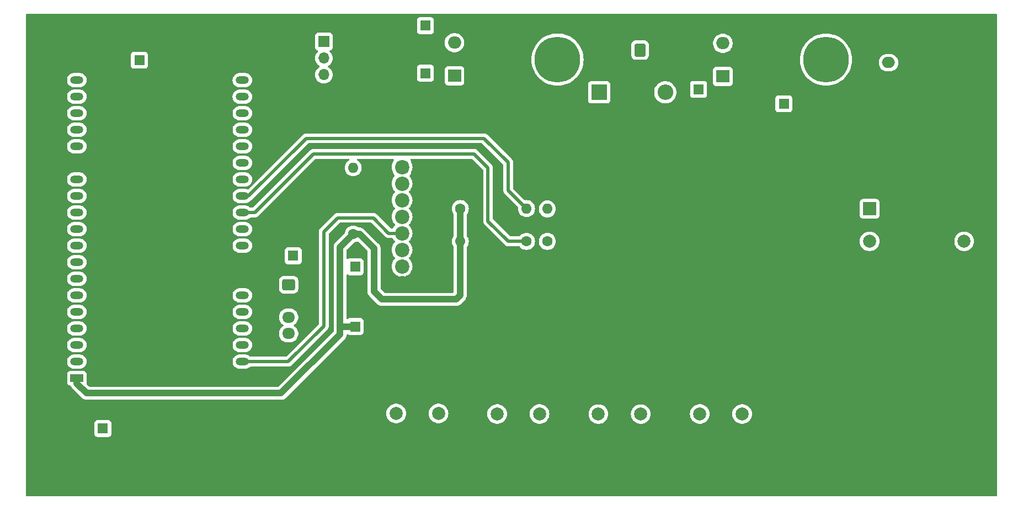
<source format=gtl>
G04 #@! TF.GenerationSoftware,KiCad,Pcbnew,8.0.2*
G04 #@! TF.CreationDate,2024-05-25T11:53:27+02:00*
G04 #@! TF.ProjectId,VFO na esp32,56464f20-6e61-4206-9573-7033322e6b69,rev?*
G04 #@! TF.SameCoordinates,Original*
G04 #@! TF.FileFunction,Copper,L1,Top*
G04 #@! TF.FilePolarity,Positive*
%FSLAX46Y46*%
G04 Gerber Fmt 4.6, Leading zero omitted, Abs format (unit mm)*
G04 Created by KiCad (PCBNEW 8.0.2) date 2024-05-25 11:53:27*
%MOMM*%
%LPD*%
G01*
G04 APERTURE LIST*
G04 Aperture macros list*
%AMRoundRect*
0 Rectangle with rounded corners*
0 $1 Rounding radius*
0 $2 $3 $4 $5 $6 $7 $8 $9 X,Y pos of 4 corners*
0 Add a 4 corners polygon primitive as box body*
4,1,4,$2,$3,$4,$5,$6,$7,$8,$9,$2,$3,0*
0 Add four circle primitives for the rounded corners*
1,1,$1+$1,$2,$3*
1,1,$1+$1,$4,$5*
1,1,$1+$1,$6,$7*
1,1,$1+$1,$8,$9*
0 Add four rect primitives between the rounded corners*
20,1,$1+$1,$2,$3,$4,$5,0*
20,1,$1+$1,$4,$5,$6,$7,0*
20,1,$1+$1,$6,$7,$8,$9,0*
20,1,$1+$1,$8,$9,$2,$3,0*%
G04 Aperture macros list end*
G04 #@! TA.AperFunction,ComponentPad*
%ADD10R,1.600000X1.600000*%
G04 #@! TD*
G04 #@! TA.AperFunction,ComponentPad*
%ADD11C,1.600000*%
G04 #@! TD*
G04 #@! TA.AperFunction,ComponentPad*
%ADD12C,2.200000*%
G04 #@! TD*
G04 #@! TA.AperFunction,ComponentPad*
%ADD13R,1.700000X1.700000*%
G04 #@! TD*
G04 #@! TA.AperFunction,ComponentPad*
%ADD14O,1.700000X1.700000*%
G04 #@! TD*
G04 #@! TA.AperFunction,ComponentPad*
%ADD15C,5.000000*%
G04 #@! TD*
G04 #@! TA.AperFunction,ComponentPad*
%ADD16O,1.600000X1.600000*%
G04 #@! TD*
G04 #@! TA.AperFunction,ComponentPad*
%ADD17C,7.000000*%
G04 #@! TD*
G04 #@! TA.AperFunction,ComponentPad*
%ADD18R,2.000000X2.000000*%
G04 #@! TD*
G04 #@! TA.AperFunction,ComponentPad*
%ADD19C,2.000000*%
G04 #@! TD*
G04 #@! TA.AperFunction,ComponentPad*
%ADD20R,3.200000X2.000000*%
G04 #@! TD*
G04 #@! TA.AperFunction,ComponentPad*
%ADD21R,2.400000X2.400000*%
G04 #@! TD*
G04 #@! TA.AperFunction,ComponentPad*
%ADD22O,2.400000X2.400000*%
G04 #@! TD*
G04 #@! TA.AperFunction,ComponentPad*
%ADD23RoundRect,0.250000X0.750000X-0.600000X0.750000X0.600000X-0.750000X0.600000X-0.750000X-0.600000X0*%
G04 #@! TD*
G04 #@! TA.AperFunction,ComponentPad*
%ADD24O,2.000000X1.700000*%
G04 #@! TD*
G04 #@! TA.AperFunction,ComponentPad*
%ADD25RoundRect,0.250000X0.600000X0.750000X-0.600000X0.750000X-0.600000X-0.750000X0.600000X-0.750000X0*%
G04 #@! TD*
G04 #@! TA.AperFunction,ComponentPad*
%ADD26O,1.700000X2.000000*%
G04 #@! TD*
G04 #@! TA.AperFunction,ComponentPad*
%ADD27R,2.000000X1.200000*%
G04 #@! TD*
G04 #@! TA.AperFunction,ComponentPad*
%ADD28O,2.000000X1.200000*%
G04 #@! TD*
G04 #@! TA.AperFunction,ComponentPad*
%ADD29R,2.000000X1.905000*%
G04 #@! TD*
G04 #@! TA.AperFunction,ComponentPad*
%ADD30O,2.000000X1.905000*%
G04 #@! TD*
G04 #@! TA.AperFunction,ComponentPad*
%ADD31RoundRect,0.250000X-0.725000X0.600000X-0.725000X-0.600000X0.725000X-0.600000X0.725000X0.600000X0*%
G04 #@! TD*
G04 #@! TA.AperFunction,ComponentPad*
%ADD32O,1.950000X1.700000*%
G04 #@! TD*
G04 #@! TA.AperFunction,Conductor*
%ADD33C,0.500000*%
G04 #@! TD*
G04 #@! TA.AperFunction,Conductor*
%ADD34C,1.000000*%
G04 #@! TD*
G04 APERTURE END LIST*
D10*
X199600000Y-72400000D03*
D11*
X199600000Y-68900000D03*
D10*
X157700000Y-69900000D03*
D11*
X157700000Y-73400000D03*
D10*
X113800000Y-67900000D03*
D11*
X113800000Y-62900000D03*
D12*
X154100000Y-84300000D03*
X154100000Y-86840000D03*
X154100000Y-89380000D03*
X154100000Y-91920000D03*
X154100000Y-94460000D03*
X154100000Y-97000000D03*
X154100000Y-99540000D03*
X154100000Y-102080000D03*
D10*
X146900000Y-99600000D03*
D11*
X146900000Y-104600000D03*
D13*
X142100000Y-65060000D03*
D14*
X142100000Y-67600000D03*
X142100000Y-70140000D03*
D15*
X239000000Y-129000000D03*
D11*
X176400000Y-95700000D03*
D16*
X176400000Y-105700000D03*
D10*
X108200000Y-124400000D03*
D11*
X113200000Y-124400000D03*
D15*
X102000000Y-66000000D03*
D17*
X177950000Y-67810000D03*
D13*
X154125000Y-84325000D03*
D14*
X154125000Y-86865000D03*
X154125000Y-89405000D03*
X154125000Y-91945000D03*
X154125000Y-94485000D03*
X154125000Y-97025000D03*
X154125000Y-99565000D03*
X154125000Y-102105000D03*
D18*
X225850000Y-90700000D03*
D19*
X225850000Y-95700000D03*
X225850000Y-93200000D03*
D20*
X233350000Y-87600000D03*
X233350000Y-98800000D03*
D19*
X240350000Y-95700000D03*
X240350000Y-90700000D03*
X159700000Y-126610000D03*
X153200000Y-126610000D03*
X159700000Y-122110000D03*
X153200000Y-122110000D03*
X190730000Y-126700000D03*
X184230000Y-126700000D03*
X190730000Y-122200000D03*
X184230000Y-122200000D03*
D21*
X184330000Y-72840000D03*
D22*
X194490000Y-72840000D03*
D10*
X157700000Y-62600000D03*
D11*
X157700000Y-67600000D03*
D23*
X228750000Y-70790000D03*
D24*
X228750000Y-68290000D03*
D11*
X146600000Y-94580000D03*
D16*
X146600000Y-84420000D03*
D19*
X175200000Y-126670000D03*
X168700000Y-126670000D03*
X175200000Y-122170000D03*
X168700000Y-122170000D03*
D11*
X163050000Y-90670000D03*
D16*
X173210000Y-90670000D03*
D25*
X190600000Y-66360000D03*
D26*
X188100000Y-66360000D03*
D17*
X219150000Y-67830000D03*
D10*
X212700000Y-74600000D03*
D11*
X212700000Y-79600000D03*
D15*
X203000000Y-80100000D03*
D10*
X137400000Y-97900000D03*
D11*
X137400000Y-92900000D03*
D15*
X239000000Y-66000000D03*
D11*
X176400000Y-80720000D03*
D16*
X176400000Y-90720000D03*
D15*
X102000000Y-129000000D03*
D10*
X146910000Y-108770000D03*
D11*
X146910000Y-113770000D03*
X173200000Y-95700000D03*
D16*
X163040000Y-95700000D03*
D15*
X202900000Y-106700000D03*
D19*
X206290000Y-126670000D03*
X199790000Y-126670000D03*
X206290000Y-122170000D03*
X199790000Y-122170000D03*
D27*
X104200000Y-116703440D03*
D28*
X104200000Y-114163440D03*
X104200000Y-111623440D03*
X104200000Y-109083440D03*
X104200000Y-106543440D03*
X104200000Y-104003440D03*
X104200000Y-101463440D03*
X104200000Y-98923440D03*
X104200000Y-96383440D03*
X104200000Y-93843440D03*
X104200000Y-91303440D03*
X104200000Y-88763440D03*
X104200000Y-86223440D03*
X104200000Y-83683440D03*
X104200000Y-81143440D03*
X104200000Y-78603440D03*
X104200000Y-76063440D03*
X104200000Y-73523440D03*
X104200000Y-70983440D03*
X129596320Y-70986160D03*
X129596320Y-73526160D03*
X129600000Y-76063440D03*
X129600000Y-78603440D03*
X129600000Y-81143440D03*
X129600000Y-83683440D03*
X129600000Y-86223440D03*
X129600000Y-88763440D03*
X129600000Y-91303440D03*
X129600000Y-93843440D03*
X129600000Y-96383440D03*
X129600000Y-98923440D03*
X129600000Y-101463440D03*
X129600000Y-104003440D03*
X129600000Y-106543440D03*
X129600000Y-109083440D03*
X129600000Y-111623440D03*
X129600000Y-114163440D03*
X129600000Y-116703440D03*
D29*
X162150000Y-70310000D03*
D30*
X162150000Y-67770000D03*
X162150000Y-65230000D03*
D29*
X203330000Y-70400000D03*
D30*
X203330000Y-67860000D03*
X203330000Y-65320000D03*
D31*
X136700000Y-102350000D03*
D32*
X136700000Y-104850000D03*
X136700000Y-107350000D03*
X136700000Y-109850000D03*
D33*
X144210000Y-92090000D02*
X149690000Y-92090000D01*
X142100000Y-108700000D02*
X142100000Y-94200000D01*
X149690000Y-92090000D02*
X152060000Y-94460000D01*
X136636560Y-114163440D02*
X142100000Y-108700000D01*
X152060000Y-94460000D02*
X154100000Y-94460000D01*
X129600000Y-114163440D02*
X136636560Y-114163440D01*
X142100000Y-94200000D02*
X144210000Y-92090000D01*
D34*
X147600000Y-94580000D02*
X146600000Y-94580000D01*
X149800000Y-96780000D02*
X147600000Y-94580000D01*
X149800000Y-103370000D02*
X149800000Y-96780000D01*
D33*
X163020000Y-90700000D02*
X163050000Y-90670000D01*
D34*
X162400000Y-104600000D02*
X163020000Y-103980000D01*
X151030000Y-104600000D02*
X162400000Y-104600000D01*
X163020000Y-103980000D02*
X163020000Y-90700000D01*
X151030000Y-104600000D02*
X149800000Y-103370000D01*
X104200000Y-117500000D02*
X104200000Y-116703440D01*
X105700000Y-119000000D02*
X104200000Y-117500000D01*
X144600000Y-109950000D02*
X135550000Y-119000000D01*
X144600000Y-96580000D02*
X144600000Y-109950000D01*
X135550000Y-119000000D02*
X105700000Y-119000000D01*
D33*
X144600000Y-109350000D02*
X144600000Y-108890000D01*
X144720000Y-108770000D02*
X144600000Y-108890000D01*
D34*
X146910000Y-108770000D02*
X144720000Y-108770000D01*
D33*
X144600000Y-108890000D02*
X144600000Y-108600000D01*
D34*
X144600000Y-96580000D02*
X146600000Y-94580000D01*
D33*
X144600000Y-108600000D02*
X144600000Y-96580000D01*
X170400000Y-87930000D02*
X173180000Y-90710000D01*
X166700000Y-79900000D02*
X170400000Y-83600000D01*
X139400000Y-79900000D02*
X166700000Y-79900000D01*
X130536560Y-88763440D02*
X139400000Y-79900000D01*
X129600000Y-88763440D02*
X130536560Y-88763440D01*
X170400000Y-83600000D02*
X170400000Y-87930000D01*
X165180000Y-82300000D02*
X167300000Y-84420000D01*
X167300000Y-84420000D02*
X167300000Y-92600000D01*
X131496560Y-91303440D02*
X140500000Y-82300000D01*
X129600000Y-91303440D02*
X131496560Y-91303440D01*
X170400000Y-95700000D02*
X172980000Y-95700000D01*
X167300000Y-92600000D02*
X170400000Y-95700000D01*
X140500000Y-82300000D02*
X165180000Y-82300000D01*
X153900000Y-92080000D02*
X153620000Y-91800000D01*
G04 #@! TA.AperFunction,Conductor*
G36*
X245342539Y-60820185D02*
G01*
X245388294Y-60872989D01*
X245399500Y-60924500D01*
X245399500Y-134675500D01*
X245379815Y-134742539D01*
X245327011Y-134788294D01*
X245275500Y-134799500D01*
X96524500Y-134799500D01*
X96457461Y-134779815D01*
X96411706Y-134727011D01*
X96400500Y-134675500D01*
X96400500Y-123552135D01*
X106899500Y-123552135D01*
X106899500Y-125247870D01*
X106899501Y-125247876D01*
X106905908Y-125307483D01*
X106956202Y-125442328D01*
X106956206Y-125442335D01*
X107042452Y-125557544D01*
X107042455Y-125557547D01*
X107157664Y-125643793D01*
X107157671Y-125643797D01*
X107292517Y-125694091D01*
X107292516Y-125694091D01*
X107299444Y-125694835D01*
X107352127Y-125700500D01*
X109047872Y-125700499D01*
X109107483Y-125694091D01*
X109242331Y-125643796D01*
X109357546Y-125557546D01*
X109443796Y-125442331D01*
X109494091Y-125307483D01*
X109500500Y-125247873D01*
X109500499Y-123552128D01*
X109494091Y-123492517D01*
X109470950Y-123430474D01*
X109443797Y-123357671D01*
X109443793Y-123357664D01*
X109357547Y-123242455D01*
X109357544Y-123242452D01*
X109242335Y-123156206D01*
X109242328Y-123156202D01*
X109107482Y-123105908D01*
X109107483Y-123105908D01*
X109047883Y-123099501D01*
X109047881Y-123099500D01*
X109047873Y-123099500D01*
X109047864Y-123099500D01*
X107352129Y-123099500D01*
X107352123Y-123099501D01*
X107292516Y-123105908D01*
X107157671Y-123156202D01*
X107157664Y-123156206D01*
X107042455Y-123242452D01*
X107042452Y-123242455D01*
X106956206Y-123357664D01*
X106956202Y-123357671D01*
X106905908Y-123492517D01*
X106899854Y-123548830D01*
X106899501Y-123552123D01*
X106899500Y-123552135D01*
X96400500Y-123552135D01*
X96400500Y-122109994D01*
X151694357Y-122109994D01*
X151694357Y-122110005D01*
X151714890Y-122357812D01*
X151714892Y-122357824D01*
X151775936Y-122598881D01*
X151875826Y-122826606D01*
X152011833Y-123034782D01*
X152011836Y-123034785D01*
X152180256Y-123217738D01*
X152376491Y-123370474D01*
X152595190Y-123488828D01*
X152830386Y-123569571D01*
X153075665Y-123610500D01*
X153324335Y-123610500D01*
X153569614Y-123569571D01*
X153804810Y-123488828D01*
X154023509Y-123370474D01*
X154219744Y-123217738D01*
X154388164Y-123034785D01*
X154524173Y-122826607D01*
X154624063Y-122598881D01*
X154685108Y-122357821D01*
X154698185Y-122200005D01*
X154705643Y-122110005D01*
X154705643Y-122109994D01*
X158194357Y-122109994D01*
X158194357Y-122110005D01*
X158214890Y-122357812D01*
X158214892Y-122357824D01*
X158275936Y-122598881D01*
X158375826Y-122826606D01*
X158511833Y-123034782D01*
X158511836Y-123034785D01*
X158680256Y-123217738D01*
X158876491Y-123370474D01*
X159095190Y-123488828D01*
X159330386Y-123569571D01*
X159575665Y-123610500D01*
X159824335Y-123610500D01*
X160069614Y-123569571D01*
X160304810Y-123488828D01*
X160523509Y-123370474D01*
X160719744Y-123217738D01*
X160888164Y-123034785D01*
X161024173Y-122826607D01*
X161124063Y-122598881D01*
X161185108Y-122357821D01*
X161198185Y-122200005D01*
X161200672Y-122169994D01*
X167194357Y-122169994D01*
X167194357Y-122170005D01*
X167214890Y-122417812D01*
X167214892Y-122417824D01*
X167275936Y-122658881D01*
X167375826Y-122886606D01*
X167511833Y-123094782D01*
X167511836Y-123094785D01*
X167680256Y-123277738D01*
X167876491Y-123430474D01*
X168095190Y-123548828D01*
X168330386Y-123629571D01*
X168575665Y-123670500D01*
X168824335Y-123670500D01*
X169069614Y-123629571D01*
X169304810Y-123548828D01*
X169523509Y-123430474D01*
X169719744Y-123277738D01*
X169888164Y-123094785D01*
X170024173Y-122886607D01*
X170124063Y-122658881D01*
X170185108Y-122417821D01*
X170185109Y-122417812D01*
X170205643Y-122170005D01*
X170205643Y-122169994D01*
X173694357Y-122169994D01*
X173694357Y-122170005D01*
X173714890Y-122417812D01*
X173714892Y-122417824D01*
X173775936Y-122658881D01*
X173875826Y-122886606D01*
X174011833Y-123094782D01*
X174011836Y-123094785D01*
X174180256Y-123277738D01*
X174376491Y-123430474D01*
X174595190Y-123548828D01*
X174830386Y-123629571D01*
X175075665Y-123670500D01*
X175324335Y-123670500D01*
X175569614Y-123629571D01*
X175804810Y-123548828D01*
X176023509Y-123430474D01*
X176219744Y-123277738D01*
X176388164Y-123094785D01*
X176524173Y-122886607D01*
X176624063Y-122658881D01*
X176685108Y-122417821D01*
X176685109Y-122417812D01*
X176703158Y-122199994D01*
X182724357Y-122199994D01*
X182724357Y-122200005D01*
X182744890Y-122447812D01*
X182744892Y-122447824D01*
X182805936Y-122688881D01*
X182905826Y-122916606D01*
X183041833Y-123124782D01*
X183041836Y-123124785D01*
X183210256Y-123307738D01*
X183406491Y-123460474D01*
X183406493Y-123460475D01*
X183608084Y-123569571D01*
X183625190Y-123578828D01*
X183860386Y-123659571D01*
X184105665Y-123700500D01*
X184354335Y-123700500D01*
X184599614Y-123659571D01*
X184834810Y-123578828D01*
X185053509Y-123460474D01*
X185249744Y-123307738D01*
X185418164Y-123124785D01*
X185554173Y-122916607D01*
X185654063Y-122688881D01*
X185715108Y-122447821D01*
X185717595Y-122417812D01*
X185735643Y-122200005D01*
X185735643Y-122199994D01*
X189224357Y-122199994D01*
X189224357Y-122200005D01*
X189244890Y-122447812D01*
X189244892Y-122447824D01*
X189305936Y-122688881D01*
X189405826Y-122916606D01*
X189541833Y-123124782D01*
X189541836Y-123124785D01*
X189710256Y-123307738D01*
X189906491Y-123460474D01*
X189906493Y-123460475D01*
X190108084Y-123569571D01*
X190125190Y-123578828D01*
X190360386Y-123659571D01*
X190605665Y-123700500D01*
X190854335Y-123700500D01*
X191099614Y-123659571D01*
X191334810Y-123578828D01*
X191553509Y-123460474D01*
X191749744Y-123307738D01*
X191918164Y-123124785D01*
X192054173Y-122916607D01*
X192154063Y-122688881D01*
X192215108Y-122447821D01*
X192217595Y-122417812D01*
X192235643Y-122200005D01*
X192235643Y-122199994D01*
X192233157Y-122169994D01*
X198284357Y-122169994D01*
X198284357Y-122170005D01*
X198304890Y-122417812D01*
X198304892Y-122417824D01*
X198365936Y-122658881D01*
X198465826Y-122886606D01*
X198601833Y-123094782D01*
X198601836Y-123094785D01*
X198770256Y-123277738D01*
X198966491Y-123430474D01*
X199185190Y-123548828D01*
X199420386Y-123629571D01*
X199665665Y-123670500D01*
X199914335Y-123670500D01*
X200159614Y-123629571D01*
X200394810Y-123548828D01*
X200613509Y-123430474D01*
X200809744Y-123277738D01*
X200978164Y-123094785D01*
X201114173Y-122886607D01*
X201214063Y-122658881D01*
X201275108Y-122417821D01*
X201275109Y-122417812D01*
X201295643Y-122170005D01*
X201295643Y-122169994D01*
X204784357Y-122169994D01*
X204784357Y-122170005D01*
X204804890Y-122417812D01*
X204804892Y-122417824D01*
X204865936Y-122658881D01*
X204965826Y-122886606D01*
X205101833Y-123094782D01*
X205101836Y-123094785D01*
X205270256Y-123277738D01*
X205466491Y-123430474D01*
X205685190Y-123548828D01*
X205920386Y-123629571D01*
X206165665Y-123670500D01*
X206414335Y-123670500D01*
X206659614Y-123629571D01*
X206894810Y-123548828D01*
X207113509Y-123430474D01*
X207309744Y-123277738D01*
X207478164Y-123094785D01*
X207614173Y-122886607D01*
X207714063Y-122658881D01*
X207775108Y-122417821D01*
X207775109Y-122417812D01*
X207795643Y-122170005D01*
X207795643Y-122169994D01*
X207775109Y-121922187D01*
X207775107Y-121922175D01*
X207714063Y-121681118D01*
X207614173Y-121453393D01*
X207478166Y-121245217D01*
X207422930Y-121185215D01*
X207309744Y-121062262D01*
X207113509Y-120909526D01*
X207113507Y-120909525D01*
X207113506Y-120909524D01*
X206894811Y-120791172D01*
X206894802Y-120791169D01*
X206659616Y-120710429D01*
X206414335Y-120669500D01*
X206165665Y-120669500D01*
X205920383Y-120710429D01*
X205685197Y-120791169D01*
X205685188Y-120791172D01*
X205466493Y-120909524D01*
X205270257Y-121062261D01*
X205101833Y-121245217D01*
X204965826Y-121453393D01*
X204865936Y-121681118D01*
X204804892Y-121922175D01*
X204804890Y-121922187D01*
X204784357Y-122169994D01*
X201295643Y-122169994D01*
X201275109Y-121922187D01*
X201275107Y-121922175D01*
X201214063Y-121681118D01*
X201114173Y-121453393D01*
X200978166Y-121245217D01*
X200922930Y-121185215D01*
X200809744Y-121062262D01*
X200613509Y-120909526D01*
X200613507Y-120909525D01*
X200613506Y-120909524D01*
X200394811Y-120791172D01*
X200394802Y-120791169D01*
X200159616Y-120710429D01*
X199914335Y-120669500D01*
X199665665Y-120669500D01*
X199420383Y-120710429D01*
X199185197Y-120791169D01*
X199185188Y-120791172D01*
X198966493Y-120909524D01*
X198770257Y-121062261D01*
X198601833Y-121245217D01*
X198465826Y-121453393D01*
X198365936Y-121681118D01*
X198304892Y-121922175D01*
X198304890Y-121922187D01*
X198284357Y-122169994D01*
X192233157Y-122169994D01*
X192215109Y-121952187D01*
X192215107Y-121952175D01*
X192154063Y-121711118D01*
X192054173Y-121483393D01*
X191918166Y-121275217D01*
X191835313Y-121185215D01*
X191749744Y-121092262D01*
X191553509Y-120939526D01*
X191553507Y-120939525D01*
X191553506Y-120939524D01*
X191334811Y-120821172D01*
X191334802Y-120821169D01*
X191099616Y-120740429D01*
X190854335Y-120699500D01*
X190605665Y-120699500D01*
X190360383Y-120740429D01*
X190125197Y-120821169D01*
X190125188Y-120821172D01*
X189906493Y-120939524D01*
X189710257Y-121092261D01*
X189541833Y-121275217D01*
X189405826Y-121483393D01*
X189305936Y-121711118D01*
X189244892Y-121952175D01*
X189244890Y-121952187D01*
X189224357Y-122199994D01*
X185735643Y-122199994D01*
X185715109Y-121952187D01*
X185715107Y-121952175D01*
X185654063Y-121711118D01*
X185554173Y-121483393D01*
X185418166Y-121275217D01*
X185335313Y-121185215D01*
X185249744Y-121092262D01*
X185053509Y-120939526D01*
X185053507Y-120939525D01*
X185053506Y-120939524D01*
X184834811Y-120821172D01*
X184834802Y-120821169D01*
X184599616Y-120740429D01*
X184354335Y-120699500D01*
X184105665Y-120699500D01*
X183860383Y-120740429D01*
X183625197Y-120821169D01*
X183625188Y-120821172D01*
X183406493Y-120939524D01*
X183210257Y-121092261D01*
X183041833Y-121275217D01*
X182905826Y-121483393D01*
X182805936Y-121711118D01*
X182744892Y-121952175D01*
X182744890Y-121952187D01*
X182724357Y-122199994D01*
X176703158Y-122199994D01*
X176705643Y-122170005D01*
X176705643Y-122169994D01*
X176685109Y-121922187D01*
X176685107Y-121922175D01*
X176624063Y-121681118D01*
X176524173Y-121453393D01*
X176388166Y-121245217D01*
X176332930Y-121185215D01*
X176219744Y-121062262D01*
X176023509Y-120909526D01*
X176023507Y-120909525D01*
X176023506Y-120909524D01*
X175804811Y-120791172D01*
X175804802Y-120791169D01*
X175569616Y-120710429D01*
X175324335Y-120669500D01*
X175075665Y-120669500D01*
X174830383Y-120710429D01*
X174595197Y-120791169D01*
X174595188Y-120791172D01*
X174376493Y-120909524D01*
X174180257Y-121062261D01*
X174011833Y-121245217D01*
X173875826Y-121453393D01*
X173775936Y-121681118D01*
X173714892Y-121922175D01*
X173714890Y-121922187D01*
X173694357Y-122169994D01*
X170205643Y-122169994D01*
X170185109Y-121922187D01*
X170185107Y-121922175D01*
X170124063Y-121681118D01*
X170024173Y-121453393D01*
X169888166Y-121245217D01*
X169832930Y-121185215D01*
X169719744Y-121062262D01*
X169523509Y-120909526D01*
X169523507Y-120909525D01*
X169523506Y-120909524D01*
X169304811Y-120791172D01*
X169304802Y-120791169D01*
X169069616Y-120710429D01*
X168824335Y-120669500D01*
X168575665Y-120669500D01*
X168330383Y-120710429D01*
X168095197Y-120791169D01*
X168095188Y-120791172D01*
X167876493Y-120909524D01*
X167680257Y-121062261D01*
X167511833Y-121245217D01*
X167375826Y-121453393D01*
X167275936Y-121681118D01*
X167214892Y-121922175D01*
X167214890Y-121922187D01*
X167194357Y-122169994D01*
X161200672Y-122169994D01*
X161205643Y-122110005D01*
X161205643Y-122109994D01*
X161185109Y-121862187D01*
X161185107Y-121862175D01*
X161124063Y-121621118D01*
X161024173Y-121393393D01*
X160888166Y-121185217D01*
X160866557Y-121161744D01*
X160719744Y-121002262D01*
X160523509Y-120849526D01*
X160523507Y-120849525D01*
X160523506Y-120849524D01*
X160304811Y-120731172D01*
X160304802Y-120731169D01*
X160069616Y-120650429D01*
X159824335Y-120609500D01*
X159575665Y-120609500D01*
X159330383Y-120650429D01*
X159095197Y-120731169D01*
X159095188Y-120731172D01*
X158876493Y-120849524D01*
X158680257Y-121002261D01*
X158511833Y-121185217D01*
X158375826Y-121393393D01*
X158275936Y-121621118D01*
X158214892Y-121862175D01*
X158214890Y-121862187D01*
X158194357Y-122109994D01*
X154705643Y-122109994D01*
X154685109Y-121862187D01*
X154685107Y-121862175D01*
X154624063Y-121621118D01*
X154524173Y-121393393D01*
X154388166Y-121185217D01*
X154366557Y-121161744D01*
X154219744Y-121002262D01*
X154023509Y-120849526D01*
X154023507Y-120849525D01*
X154023506Y-120849524D01*
X153804811Y-120731172D01*
X153804802Y-120731169D01*
X153569616Y-120650429D01*
X153324335Y-120609500D01*
X153075665Y-120609500D01*
X152830383Y-120650429D01*
X152595197Y-120731169D01*
X152595188Y-120731172D01*
X152376493Y-120849524D01*
X152180257Y-121002261D01*
X152011833Y-121185217D01*
X151875826Y-121393393D01*
X151775936Y-121621118D01*
X151714892Y-121862175D01*
X151714890Y-121862187D01*
X151694357Y-122109994D01*
X96400500Y-122109994D01*
X96400500Y-116055575D01*
X102699500Y-116055575D01*
X102699500Y-117351310D01*
X102699501Y-117351316D01*
X102705908Y-117410923D01*
X102756202Y-117545768D01*
X102756206Y-117545775D01*
X102842452Y-117660984D01*
X102842455Y-117660987D01*
X102957664Y-117747233D01*
X102957671Y-117747237D01*
X103092516Y-117797531D01*
X103152117Y-117803939D01*
X103152118Y-117803939D01*
X103152127Y-117803940D01*
X103160100Y-117803939D01*
X103227138Y-117823618D01*
X103272898Y-117876418D01*
X103274669Y-117880487D01*
X103313364Y-117973907D01*
X103313371Y-117973920D01*
X103422859Y-118137780D01*
X103422860Y-118137781D01*
X103422861Y-118137782D01*
X103562218Y-118277139D01*
X103562219Y-118277139D01*
X103569286Y-118284206D01*
X103569285Y-118284206D01*
X103569288Y-118284208D01*
X104922860Y-119637781D01*
X104922861Y-119637782D01*
X105062218Y-119777139D01*
X105226086Y-119886632D01*
X105332745Y-119930811D01*
X105408164Y-119962051D01*
X105601454Y-120000499D01*
X105601457Y-120000500D01*
X105601459Y-120000500D01*
X135648542Y-120000500D01*
X135667870Y-119996655D01*
X135745188Y-119981275D01*
X135841836Y-119962051D01*
X135895165Y-119939961D01*
X136023914Y-119886632D01*
X136187782Y-119777139D01*
X136327139Y-119637782D01*
X136327139Y-119637780D01*
X136337347Y-119627573D01*
X136337348Y-119627570D01*
X145377140Y-110587781D01*
X145420465Y-110522940D01*
X145486632Y-110423914D01*
X145562051Y-110241835D01*
X145589605Y-110103313D01*
X145601689Y-110042566D01*
X145602923Y-110042811D01*
X145626613Y-109984117D01*
X145683641Y-109943749D01*
X145753440Y-109940620D01*
X145798178Y-109961775D01*
X145867665Y-110013793D01*
X145867668Y-110013795D01*
X145867671Y-110013797D01*
X146002517Y-110064091D01*
X146002516Y-110064091D01*
X146009444Y-110064835D01*
X146062127Y-110070500D01*
X147757872Y-110070499D01*
X147817483Y-110064091D01*
X147952331Y-110013796D01*
X148067546Y-109927546D01*
X148153796Y-109812331D01*
X148204091Y-109677483D01*
X148210500Y-109617873D01*
X148210499Y-107922128D01*
X148204091Y-107862517D01*
X148153796Y-107727669D01*
X148153795Y-107727668D01*
X148153793Y-107727664D01*
X148067547Y-107612455D01*
X148067544Y-107612452D01*
X147952335Y-107526206D01*
X147952328Y-107526202D01*
X147817482Y-107475908D01*
X147817483Y-107475908D01*
X147757883Y-107469501D01*
X147757881Y-107469500D01*
X147757873Y-107469500D01*
X147757864Y-107469500D01*
X146062129Y-107469500D01*
X146062123Y-107469501D01*
X146002516Y-107475908D01*
X145867671Y-107526202D01*
X145867668Y-107526204D01*
X145798811Y-107577751D01*
X145733347Y-107602168D01*
X145665074Y-107587316D01*
X145615668Y-107537911D01*
X145600500Y-107478484D01*
X145600500Y-100899001D01*
X145620185Y-100831962D01*
X145672989Y-100786207D01*
X145742147Y-100776263D01*
X145798810Y-100799734D01*
X145857665Y-100843793D01*
X145857668Y-100843795D01*
X145857671Y-100843797D01*
X145992517Y-100894091D01*
X145992516Y-100894091D01*
X145999444Y-100894835D01*
X146052127Y-100900500D01*
X147747872Y-100900499D01*
X147807483Y-100894091D01*
X147942331Y-100843796D01*
X148057546Y-100757546D01*
X148143796Y-100642331D01*
X148194091Y-100507483D01*
X148200500Y-100447873D01*
X148200499Y-98752128D01*
X148194091Y-98692517D01*
X148184103Y-98665739D01*
X148143797Y-98557671D01*
X148143793Y-98557664D01*
X148057547Y-98442455D01*
X148057544Y-98442452D01*
X147942335Y-98356206D01*
X147942328Y-98356202D01*
X147807482Y-98305908D01*
X147807483Y-98305908D01*
X147747883Y-98299501D01*
X147747881Y-98299500D01*
X147747873Y-98299500D01*
X147747864Y-98299500D01*
X146052129Y-98299500D01*
X146052123Y-98299501D01*
X145992516Y-98305908D01*
X145857671Y-98356202D01*
X145857668Y-98356204D01*
X145798811Y-98400265D01*
X145733347Y-98424682D01*
X145665074Y-98409830D01*
X145615668Y-98360425D01*
X145600500Y-98300998D01*
X145600500Y-97045781D01*
X145620185Y-96978742D01*
X145636814Y-96958104D01*
X146688033Y-95906885D01*
X146749354Y-95873402D01*
X146764898Y-95871041D01*
X146826692Y-95865635D01*
X147046496Y-95806739D01*
X147216951Y-95727253D01*
X147286026Y-95716762D01*
X147349810Y-95745281D01*
X147357035Y-95751955D01*
X148763181Y-97158101D01*
X148796666Y-97219424D01*
X148799500Y-97245782D01*
X148799500Y-103468544D01*
X148837947Y-103661833D01*
X148837949Y-103661837D01*
X148860038Y-103715164D01*
X148913366Y-103843911D01*
X148913371Y-103843920D01*
X149022859Y-104007780D01*
X149022860Y-104007781D01*
X149022861Y-104007782D01*
X149162218Y-104147139D01*
X149162219Y-104147139D01*
X149169286Y-104154206D01*
X149169285Y-104154206D01*
X149169289Y-104154209D01*
X150392215Y-105377137D01*
X150392219Y-105377140D01*
X150556079Y-105486628D01*
X150556085Y-105486631D01*
X150556086Y-105486632D01*
X150738165Y-105562052D01*
X150899389Y-105594121D01*
X150931457Y-105600499D01*
X150931458Y-105600500D01*
X150931459Y-105600500D01*
X162498542Y-105600500D01*
X162530614Y-105594120D01*
X162595188Y-105581275D01*
X162691836Y-105562051D01*
X162784744Y-105523567D01*
X162873914Y-105486632D01*
X163037782Y-105377139D01*
X163177139Y-105237782D01*
X163177140Y-105237779D01*
X163797139Y-104617782D01*
X163834129Y-104562421D01*
X163906631Y-104453916D01*
X163906636Y-104453906D01*
X163982049Y-104271839D01*
X163982051Y-104271835D01*
X164005449Y-104154209D01*
X164018212Y-104090048D01*
X164018977Y-104086194D01*
X164020500Y-104078541D01*
X164020500Y-103881460D01*
X164020500Y-96606152D01*
X164040185Y-96539113D01*
X164042925Y-96535029D01*
X164075740Y-96488163D01*
X164170568Y-96352734D01*
X164266739Y-96146496D01*
X164325635Y-95926692D01*
X164345468Y-95700000D01*
X164345467Y-95699994D01*
X164325635Y-95473313D01*
X164325635Y-95473308D01*
X164266739Y-95253504D01*
X164170568Y-95047266D01*
X164060500Y-94890071D01*
X164042925Y-94864970D01*
X164020597Y-94798763D01*
X164020500Y-94793847D01*
X164020500Y-91589484D01*
X164040185Y-91522445D01*
X164049513Y-91509776D01*
X164050046Y-91509140D01*
X164091106Y-91450500D01*
X164180568Y-91322734D01*
X164276739Y-91116496D01*
X164335635Y-90896692D01*
X164355468Y-90670000D01*
X164335635Y-90443308D01*
X164276739Y-90223504D01*
X164180568Y-90017266D01*
X164050047Y-89830861D01*
X164050045Y-89830858D01*
X163889141Y-89669954D01*
X163702734Y-89539432D01*
X163702732Y-89539431D01*
X163496497Y-89443261D01*
X163496488Y-89443258D01*
X163276697Y-89384366D01*
X163276693Y-89384365D01*
X163276692Y-89384365D01*
X163276691Y-89384364D01*
X163276686Y-89384364D01*
X163050002Y-89364532D01*
X163049998Y-89364532D01*
X162823313Y-89384364D01*
X162823302Y-89384366D01*
X162603511Y-89443258D01*
X162603502Y-89443261D01*
X162397267Y-89539431D01*
X162397265Y-89539432D01*
X162210858Y-89669954D01*
X162049954Y-89830858D01*
X161919432Y-90017265D01*
X161919431Y-90017267D01*
X161823261Y-90223502D01*
X161823258Y-90223511D01*
X161764366Y-90443302D01*
X161764364Y-90443313D01*
X161744532Y-90669998D01*
X161744532Y-90670001D01*
X161764364Y-90896686D01*
X161764366Y-90896697D01*
X161823258Y-91116488D01*
X161823261Y-91116497D01*
X161870047Y-91216829D01*
X161919432Y-91322734D01*
X161990982Y-91424919D01*
X161997075Y-91433620D01*
X162019402Y-91499826D01*
X162019500Y-91504743D01*
X162019500Y-94850974D01*
X161999815Y-94918013D01*
X161997075Y-94922097D01*
X161909432Y-95047266D01*
X161813261Y-95253502D01*
X161813258Y-95253511D01*
X161754366Y-95473302D01*
X161754364Y-95473313D01*
X161734532Y-95699998D01*
X161734532Y-95700001D01*
X161754364Y-95926686D01*
X161754366Y-95926697D01*
X161813258Y-96146488D01*
X161813260Y-96146492D01*
X161813261Y-96146496D01*
X161833026Y-96188881D01*
X161909430Y-96352731D01*
X161909431Y-96352732D01*
X161909432Y-96352734D01*
X161997076Y-96477903D01*
X162019402Y-96544106D01*
X162019500Y-96549024D01*
X162019500Y-103475500D01*
X161999815Y-103542539D01*
X161947011Y-103588294D01*
X161895500Y-103599500D01*
X151495783Y-103599500D01*
X151428744Y-103579815D01*
X151408102Y-103563181D01*
X150836819Y-102991898D01*
X150803334Y-102930575D01*
X150800500Y-102904217D01*
X150800500Y-96681456D01*
X150774567Y-96551087D01*
X150774567Y-96551086D01*
X150762051Y-96488164D01*
X150725310Y-96399464D01*
X150686632Y-96306086D01*
X150628326Y-96218825D01*
X150577139Y-96142217D01*
X150434686Y-95999764D01*
X150434655Y-95999735D01*
X148381479Y-93946559D01*
X148381459Y-93946537D01*
X148237785Y-93802863D01*
X148237781Y-93802860D01*
X148073920Y-93693371D01*
X148073911Y-93693366D01*
X147990683Y-93658892D01*
X147945165Y-93640038D01*
X147918500Y-93628993D01*
X147891837Y-93617949D01*
X147891833Y-93617947D01*
X147729906Y-93585739D01*
X147729905Y-93585738D01*
X147714223Y-93582619D01*
X147698542Y-93579500D01*
X147698541Y-93579500D01*
X147477588Y-93579500D01*
X147410549Y-93559815D01*
X147406465Y-93557075D01*
X147348293Y-93516343D01*
X147252734Y-93449432D01*
X147191745Y-93420992D01*
X147046497Y-93353261D01*
X147046488Y-93353258D01*
X146826697Y-93294366D01*
X146826693Y-93294365D01*
X146826692Y-93294365D01*
X146826691Y-93294364D01*
X146826686Y-93294364D01*
X146600002Y-93274532D01*
X146599998Y-93274532D01*
X146373313Y-93294364D01*
X146373302Y-93294366D01*
X146153511Y-93353258D01*
X146153502Y-93353261D01*
X145947267Y-93449431D01*
X145947265Y-93449432D01*
X145760858Y-93579954D01*
X145599954Y-93740858D01*
X145469432Y-93927265D01*
X145469431Y-93927267D01*
X145373261Y-94133502D01*
X145373258Y-94133511D01*
X145314366Y-94353302D01*
X145314364Y-94353311D01*
X145308958Y-94415096D01*
X145283504Y-94480164D01*
X145273111Y-94491967D01*
X144583423Y-95181656D01*
X143962221Y-95802858D01*
X143962218Y-95802861D01*
X143900303Y-95864776D01*
X143822859Y-95942219D01*
X143713371Y-96106079D01*
X143713366Y-96106088D01*
X143666670Y-96218825D01*
X143637950Y-96288159D01*
X143637949Y-96288163D01*
X143637949Y-96288164D01*
X143634384Y-96306086D01*
X143599500Y-96481456D01*
X143599500Y-109484217D01*
X143579815Y-109551256D01*
X143563181Y-109571898D01*
X135171899Y-117963181D01*
X135110576Y-117996666D01*
X135084218Y-117999500D01*
X106165783Y-117999500D01*
X106098744Y-117979815D01*
X106078102Y-117963181D01*
X105704734Y-117589814D01*
X105671249Y-117528491D01*
X105676232Y-117458802D01*
X105694091Y-117410923D01*
X105700500Y-117351313D01*
X105700499Y-116055568D01*
X105694091Y-115995957D01*
X105643796Y-115861109D01*
X105643795Y-115861108D01*
X105643793Y-115861104D01*
X105557547Y-115745895D01*
X105557544Y-115745892D01*
X105442335Y-115659646D01*
X105442328Y-115659642D01*
X105307482Y-115609348D01*
X105307483Y-115609348D01*
X105247883Y-115602941D01*
X105247881Y-115602940D01*
X105247873Y-115602940D01*
X105247864Y-115602940D01*
X103152129Y-115602940D01*
X103152123Y-115602941D01*
X103092516Y-115609348D01*
X102957671Y-115659642D01*
X102957664Y-115659646D01*
X102842455Y-115745892D01*
X102842452Y-115745895D01*
X102756206Y-115861104D01*
X102756202Y-115861111D01*
X102705908Y-115995957D01*
X102699501Y-116055556D01*
X102699501Y-116055563D01*
X102699500Y-116055575D01*
X96400500Y-116055575D01*
X96400500Y-114076829D01*
X102699500Y-114076829D01*
X102699500Y-114250051D01*
X102726598Y-114421141D01*
X102780127Y-114585885D01*
X102858768Y-114740228D01*
X102960586Y-114880368D01*
X103083072Y-115002854D01*
X103223212Y-115104672D01*
X103377555Y-115183313D01*
X103542299Y-115236842D01*
X103713389Y-115263940D01*
X103713390Y-115263940D01*
X104686610Y-115263940D01*
X104686611Y-115263940D01*
X104857701Y-115236842D01*
X105022445Y-115183313D01*
X105176788Y-115104672D01*
X105316928Y-115002854D01*
X105439414Y-114880368D01*
X105541232Y-114740228D01*
X105619873Y-114585885D01*
X105673402Y-114421141D01*
X105700500Y-114250051D01*
X105700500Y-114076829D01*
X105673402Y-113905739D01*
X105619873Y-113740995D01*
X105541232Y-113586652D01*
X105439414Y-113446512D01*
X105316928Y-113324026D01*
X105176788Y-113222208D01*
X105022445Y-113143567D01*
X104857701Y-113090038D01*
X104857699Y-113090037D01*
X104857698Y-113090037D01*
X104726271Y-113069221D01*
X104686611Y-113062940D01*
X103713389Y-113062940D01*
X103673728Y-113069221D01*
X103542302Y-113090037D01*
X103377552Y-113143568D01*
X103223211Y-113222208D01*
X103143256Y-113280299D01*
X103083072Y-113324026D01*
X103083070Y-113324028D01*
X103083069Y-113324028D01*
X102960588Y-113446509D01*
X102960588Y-113446510D01*
X102960586Y-113446512D01*
X102916859Y-113506696D01*
X102858768Y-113586651D01*
X102780128Y-113740992D01*
X102726597Y-113905742D01*
X102699500Y-114076829D01*
X96400500Y-114076829D01*
X96400500Y-111536829D01*
X102699500Y-111536829D01*
X102699500Y-111710051D01*
X102726598Y-111881141D01*
X102780127Y-112045885D01*
X102858768Y-112200228D01*
X102960586Y-112340368D01*
X103083072Y-112462854D01*
X103223212Y-112564672D01*
X103377555Y-112643313D01*
X103542299Y-112696842D01*
X103713389Y-112723940D01*
X103713390Y-112723940D01*
X104686610Y-112723940D01*
X104686611Y-112723940D01*
X104857701Y-112696842D01*
X105022445Y-112643313D01*
X105176788Y-112564672D01*
X105316928Y-112462854D01*
X105439414Y-112340368D01*
X105541232Y-112200228D01*
X105619873Y-112045885D01*
X105673402Y-111881141D01*
X105700500Y-111710051D01*
X105700500Y-111536829D01*
X128099500Y-111536829D01*
X128099500Y-111710051D01*
X128126598Y-111881141D01*
X128180127Y-112045885D01*
X128258768Y-112200228D01*
X128360586Y-112340368D01*
X128483072Y-112462854D01*
X128623212Y-112564672D01*
X128777555Y-112643313D01*
X128942299Y-112696842D01*
X129113389Y-112723940D01*
X129113390Y-112723940D01*
X130086610Y-112723940D01*
X130086611Y-112723940D01*
X130257701Y-112696842D01*
X130422445Y-112643313D01*
X130576788Y-112564672D01*
X130716928Y-112462854D01*
X130839414Y-112340368D01*
X130941232Y-112200228D01*
X131019873Y-112045885D01*
X131073402Y-111881141D01*
X131100500Y-111710051D01*
X131100500Y-111536829D01*
X131073402Y-111365739D01*
X131019873Y-111200995D01*
X130941232Y-111046652D01*
X130839414Y-110906512D01*
X130716928Y-110784026D01*
X130576788Y-110682208D01*
X130422445Y-110603567D01*
X130257701Y-110550038D01*
X130257699Y-110550037D01*
X130257698Y-110550037D01*
X130126271Y-110529221D01*
X130086611Y-110522940D01*
X129113389Y-110522940D01*
X129073728Y-110529221D01*
X128942302Y-110550037D01*
X128777552Y-110603568D01*
X128623211Y-110682208D01*
X128557727Y-110729786D01*
X128483072Y-110784026D01*
X128483070Y-110784028D01*
X128483069Y-110784028D01*
X128360588Y-110906509D01*
X128360588Y-110906510D01*
X128360586Y-110906512D01*
X128316859Y-110966696D01*
X128258768Y-111046651D01*
X128180128Y-111200992D01*
X128126597Y-111365742D01*
X128099500Y-111536829D01*
X105700500Y-111536829D01*
X105673402Y-111365739D01*
X105619873Y-111200995D01*
X105541232Y-111046652D01*
X105439414Y-110906512D01*
X105316928Y-110784026D01*
X105176788Y-110682208D01*
X105022445Y-110603567D01*
X104857701Y-110550038D01*
X104857699Y-110550037D01*
X104857698Y-110550037D01*
X104726271Y-110529221D01*
X104686611Y-110522940D01*
X103713389Y-110522940D01*
X103673728Y-110529221D01*
X103542302Y-110550037D01*
X103377552Y-110603568D01*
X103223211Y-110682208D01*
X103157727Y-110729786D01*
X103083072Y-110784026D01*
X103083070Y-110784028D01*
X103083069Y-110784028D01*
X102960588Y-110906509D01*
X102960588Y-110906510D01*
X102960586Y-110906512D01*
X102916859Y-110966696D01*
X102858768Y-111046651D01*
X102780128Y-111200992D01*
X102726597Y-111365742D01*
X102699500Y-111536829D01*
X96400500Y-111536829D01*
X96400500Y-108996829D01*
X102699500Y-108996829D01*
X102699500Y-109170051D01*
X102726598Y-109341141D01*
X102780127Y-109505885D01*
X102858768Y-109660228D01*
X102960586Y-109800368D01*
X103083072Y-109922854D01*
X103223212Y-110024672D01*
X103377555Y-110103313D01*
X103542299Y-110156842D01*
X103713389Y-110183940D01*
X103713390Y-110183940D01*
X104686610Y-110183940D01*
X104686611Y-110183940D01*
X104857701Y-110156842D01*
X105022445Y-110103313D01*
X105176788Y-110024672D01*
X105316928Y-109922854D01*
X105439414Y-109800368D01*
X105541232Y-109660228D01*
X105619873Y-109505885D01*
X105673402Y-109341141D01*
X105700500Y-109170051D01*
X105700500Y-108996829D01*
X128099500Y-108996829D01*
X128099500Y-109170051D01*
X128126598Y-109341141D01*
X128180127Y-109505885D01*
X128258768Y-109660228D01*
X128360586Y-109800368D01*
X128483072Y-109922854D01*
X128623212Y-110024672D01*
X128777555Y-110103313D01*
X128942299Y-110156842D01*
X129113389Y-110183940D01*
X129113390Y-110183940D01*
X130086610Y-110183940D01*
X130086611Y-110183940D01*
X130257701Y-110156842D01*
X130422445Y-110103313D01*
X130576788Y-110024672D01*
X130716928Y-109922854D01*
X130839414Y-109800368D01*
X130941232Y-109660228D01*
X131019873Y-109505885D01*
X131073402Y-109341141D01*
X131100500Y-109170051D01*
X131100500Y-108996829D01*
X131073402Y-108825739D01*
X131019873Y-108660995D01*
X130941232Y-108506652D01*
X130839414Y-108366512D01*
X130716928Y-108244026D01*
X130576788Y-108142208D01*
X130422445Y-108063567D01*
X130257701Y-108010038D01*
X130257699Y-108010037D01*
X130257698Y-108010037D01*
X130126271Y-107989221D01*
X130086611Y-107982940D01*
X129113389Y-107982940D01*
X129073728Y-107989221D01*
X128942302Y-108010037D01*
X128777552Y-108063568D01*
X128623211Y-108142208D01*
X128543256Y-108200299D01*
X128483072Y-108244026D01*
X128483070Y-108244028D01*
X128483069Y-108244028D01*
X128360588Y-108366509D01*
X128360588Y-108366510D01*
X128360586Y-108366512D01*
X128344152Y-108389132D01*
X128258768Y-108506651D01*
X128180128Y-108660992D01*
X128126597Y-108825742D01*
X128099500Y-108996829D01*
X105700500Y-108996829D01*
X105673402Y-108825739D01*
X105619873Y-108660995D01*
X105541232Y-108506652D01*
X105439414Y-108366512D01*
X105316928Y-108244026D01*
X105176788Y-108142208D01*
X105022445Y-108063567D01*
X104857701Y-108010038D01*
X104857699Y-108010037D01*
X104857698Y-108010037D01*
X104726271Y-107989221D01*
X104686611Y-107982940D01*
X103713389Y-107982940D01*
X103673728Y-107989221D01*
X103542302Y-108010037D01*
X103377552Y-108063568D01*
X103223211Y-108142208D01*
X103143256Y-108200299D01*
X103083072Y-108244026D01*
X103083070Y-108244028D01*
X103083069Y-108244028D01*
X102960588Y-108366509D01*
X102960588Y-108366510D01*
X102960586Y-108366512D01*
X102944152Y-108389132D01*
X102858768Y-108506651D01*
X102780128Y-108660992D01*
X102726597Y-108825742D01*
X102699500Y-108996829D01*
X96400500Y-108996829D01*
X96400500Y-106456829D01*
X102699500Y-106456829D01*
X102699500Y-106630051D01*
X102726598Y-106801141D01*
X102780127Y-106965885D01*
X102858768Y-107120228D01*
X102960586Y-107260368D01*
X103083072Y-107382854D01*
X103223212Y-107484672D01*
X103377555Y-107563313D01*
X103542299Y-107616842D01*
X103713389Y-107643940D01*
X103713390Y-107643940D01*
X104686610Y-107643940D01*
X104686611Y-107643940D01*
X104857701Y-107616842D01*
X105022445Y-107563313D01*
X105176788Y-107484672D01*
X105316928Y-107382854D01*
X105439414Y-107260368D01*
X105541232Y-107120228D01*
X105619873Y-106965885D01*
X105673402Y-106801141D01*
X105700500Y-106630051D01*
X105700500Y-106456829D01*
X128099500Y-106456829D01*
X128099500Y-106630051D01*
X128126598Y-106801141D01*
X128180127Y-106965885D01*
X128258768Y-107120228D01*
X128360586Y-107260368D01*
X128483072Y-107382854D01*
X128623212Y-107484672D01*
X128777555Y-107563313D01*
X128942299Y-107616842D01*
X129113389Y-107643940D01*
X129113390Y-107643940D01*
X130086610Y-107643940D01*
X130086611Y-107643940D01*
X130257701Y-107616842D01*
X130422445Y-107563313D01*
X130576788Y-107484672D01*
X130716928Y-107382854D01*
X130839414Y-107260368D01*
X130851515Y-107243713D01*
X135224500Y-107243713D01*
X135224500Y-107456286D01*
X135254221Y-107643940D01*
X135257754Y-107666243D01*
X135321527Y-107862516D01*
X135323444Y-107868414D01*
X135419951Y-108057820D01*
X135544890Y-108229786D01*
X135695209Y-108380105D01*
X135695214Y-108380109D01*
X135859793Y-108499682D01*
X135902459Y-108555011D01*
X135908438Y-108624625D01*
X135875833Y-108686420D01*
X135859793Y-108700318D01*
X135695214Y-108819890D01*
X135695209Y-108819894D01*
X135544890Y-108970213D01*
X135419951Y-109142179D01*
X135323444Y-109331585D01*
X135257753Y-109533760D01*
X135237723Y-109660228D01*
X135224500Y-109743713D01*
X135224500Y-109956287D01*
X135228908Y-109984117D01*
X135242589Y-110070499D01*
X135257754Y-110166243D01*
X135282315Y-110241835D01*
X135323444Y-110368414D01*
X135419951Y-110557820D01*
X135544890Y-110729786D01*
X135695213Y-110880109D01*
X135867179Y-111005048D01*
X135867181Y-111005049D01*
X135867184Y-111005051D01*
X136056588Y-111101557D01*
X136258757Y-111167246D01*
X136468713Y-111200500D01*
X136468714Y-111200500D01*
X136931286Y-111200500D01*
X136931287Y-111200500D01*
X137141243Y-111167246D01*
X137343412Y-111101557D01*
X137532816Y-111005051D01*
X137554789Y-110989086D01*
X137704786Y-110880109D01*
X137704788Y-110880106D01*
X137704792Y-110880104D01*
X137855104Y-110729792D01*
X137855106Y-110729788D01*
X137855109Y-110729786D01*
X137980048Y-110557820D01*
X137980047Y-110557820D01*
X137980051Y-110557816D01*
X138076557Y-110368412D01*
X138142246Y-110166243D01*
X138175500Y-109956287D01*
X138175500Y-109743713D01*
X138142246Y-109533757D01*
X138076557Y-109331588D01*
X137980051Y-109142184D01*
X137980049Y-109142181D01*
X137980048Y-109142179D01*
X137855109Y-108970213D01*
X137704792Y-108819896D01*
X137641508Y-108773918D01*
X137540204Y-108700316D01*
X137497540Y-108644989D01*
X137491561Y-108575376D01*
X137524166Y-108513580D01*
X137540199Y-108499686D01*
X137704792Y-108380104D01*
X137855104Y-108229792D01*
X137855106Y-108229788D01*
X137855109Y-108229786D01*
X137980048Y-108057820D01*
X137980047Y-108057820D01*
X137980051Y-108057816D01*
X138076557Y-107868412D01*
X138142246Y-107666243D01*
X138175500Y-107456287D01*
X138175500Y-107243713D01*
X138142246Y-107033757D01*
X138076557Y-106831588D01*
X137980051Y-106642184D01*
X137980049Y-106642181D01*
X137980048Y-106642179D01*
X137855109Y-106470213D01*
X137704786Y-106319890D01*
X137532820Y-106194951D01*
X137343414Y-106098444D01*
X137343413Y-106098443D01*
X137343412Y-106098443D01*
X137141243Y-106032754D01*
X137141241Y-106032753D01*
X137141240Y-106032753D01*
X136979957Y-106007208D01*
X136931287Y-105999500D01*
X136468713Y-105999500D01*
X136420042Y-106007208D01*
X136258760Y-106032753D01*
X136056585Y-106098444D01*
X135867179Y-106194951D01*
X135695213Y-106319890D01*
X135544890Y-106470213D01*
X135419951Y-106642179D01*
X135323444Y-106831585D01*
X135257753Y-107033760D01*
X135224500Y-107243713D01*
X130851515Y-107243713D01*
X130941232Y-107120228D01*
X131019873Y-106965885D01*
X131073402Y-106801141D01*
X131100500Y-106630051D01*
X131100500Y-106456829D01*
X131073402Y-106285739D01*
X131019873Y-106120995D01*
X130941232Y-105966652D01*
X130839414Y-105826512D01*
X130716928Y-105704026D01*
X130576788Y-105602208D01*
X130422445Y-105523567D01*
X130257701Y-105470038D01*
X130257699Y-105470037D01*
X130257698Y-105470037D01*
X130126271Y-105449221D01*
X130086611Y-105442940D01*
X129113389Y-105442940D01*
X129073728Y-105449221D01*
X128942302Y-105470037D01*
X128777552Y-105523568D01*
X128623211Y-105602208D01*
X128543256Y-105660299D01*
X128483072Y-105704026D01*
X128483070Y-105704028D01*
X128483069Y-105704028D01*
X128360588Y-105826509D01*
X128360588Y-105826510D01*
X128360586Y-105826512D01*
X128316859Y-105886696D01*
X128258768Y-105966651D01*
X128180128Y-106120992D01*
X128126597Y-106285742D01*
X128121189Y-106319890D01*
X128099500Y-106456829D01*
X105700500Y-106456829D01*
X105673402Y-106285739D01*
X105619873Y-106120995D01*
X105541232Y-105966652D01*
X105439414Y-105826512D01*
X105316928Y-105704026D01*
X105176788Y-105602208D01*
X105022445Y-105523567D01*
X104857701Y-105470038D01*
X104857699Y-105470037D01*
X104857698Y-105470037D01*
X104726271Y-105449221D01*
X104686611Y-105442940D01*
X103713389Y-105442940D01*
X103673728Y-105449221D01*
X103542302Y-105470037D01*
X103377552Y-105523568D01*
X103223211Y-105602208D01*
X103143256Y-105660299D01*
X103083072Y-105704026D01*
X103083070Y-105704028D01*
X103083069Y-105704028D01*
X102960588Y-105826509D01*
X102960588Y-105826510D01*
X102960586Y-105826512D01*
X102916859Y-105886696D01*
X102858768Y-105966651D01*
X102780128Y-106120992D01*
X102726597Y-106285742D01*
X102721189Y-106319890D01*
X102699500Y-106456829D01*
X96400500Y-106456829D01*
X96400500Y-104090048D01*
X102699499Y-104090048D01*
X102726597Y-104261137D01*
X102726598Y-104261141D01*
X102780127Y-104425885D01*
X102858768Y-104580228D01*
X102960586Y-104720368D01*
X103083072Y-104842854D01*
X103223212Y-104944672D01*
X103377555Y-105023313D01*
X103542299Y-105076842D01*
X103713389Y-105103940D01*
X103713390Y-105103940D01*
X104686610Y-105103940D01*
X104686611Y-105103940D01*
X104857701Y-105076842D01*
X105022445Y-105023313D01*
X105176788Y-104944672D01*
X105316928Y-104842854D01*
X105439414Y-104720368D01*
X105541232Y-104580228D01*
X105619873Y-104425885D01*
X105673402Y-104261141D01*
X105700500Y-104090051D01*
X105700500Y-104090048D01*
X128099499Y-104090048D01*
X128126597Y-104261137D01*
X128126598Y-104261141D01*
X128180127Y-104425885D01*
X128258768Y-104580228D01*
X128360586Y-104720368D01*
X128483072Y-104842854D01*
X128623212Y-104944672D01*
X128777555Y-105023313D01*
X128942299Y-105076842D01*
X129113389Y-105103940D01*
X129113390Y-105103940D01*
X130086610Y-105103940D01*
X130086611Y-105103940D01*
X130257701Y-105076842D01*
X130422445Y-105023313D01*
X130576788Y-104944672D01*
X130716928Y-104842854D01*
X130839414Y-104720368D01*
X130941232Y-104580228D01*
X131019873Y-104425885D01*
X131073402Y-104261141D01*
X131100500Y-104090051D01*
X131100500Y-103916829D01*
X131073402Y-103745739D01*
X131019873Y-103580995D01*
X130941232Y-103426652D01*
X130839414Y-103286512D01*
X130716928Y-103164026D01*
X130576788Y-103062208D01*
X130422445Y-102983567D01*
X130257701Y-102930038D01*
X130257699Y-102930037D01*
X130257698Y-102930037D01*
X130126271Y-102909221D01*
X130086611Y-102902940D01*
X129113389Y-102902940D01*
X129073728Y-102909221D01*
X128942302Y-102930037D01*
X128777552Y-102983568D01*
X128623211Y-103062208D01*
X128567346Y-103102797D01*
X128483072Y-103164026D01*
X128483070Y-103164028D01*
X128483069Y-103164028D01*
X128360588Y-103286509D01*
X128360588Y-103286510D01*
X128360586Y-103286512D01*
X128316859Y-103346696D01*
X128258768Y-103426651D01*
X128180128Y-103580992D01*
X128126597Y-103745742D01*
X128099500Y-103916829D01*
X128099500Y-104090048D01*
X128099499Y-104090048D01*
X105700500Y-104090048D01*
X105700500Y-103916829D01*
X105673402Y-103745739D01*
X105619873Y-103580995D01*
X105541232Y-103426652D01*
X105439414Y-103286512D01*
X105316928Y-103164026D01*
X105176788Y-103062208D01*
X105022445Y-102983567D01*
X104857701Y-102930038D01*
X104857699Y-102930037D01*
X104857698Y-102930037D01*
X104726271Y-102909221D01*
X104686611Y-102902940D01*
X103713389Y-102902940D01*
X103673728Y-102909221D01*
X103542302Y-102930037D01*
X103377552Y-102983568D01*
X103223211Y-103062208D01*
X103167346Y-103102797D01*
X103083072Y-103164026D01*
X103083070Y-103164028D01*
X103083069Y-103164028D01*
X102960588Y-103286509D01*
X102960588Y-103286510D01*
X102960586Y-103286512D01*
X102916859Y-103346696D01*
X102858768Y-103426651D01*
X102780128Y-103580992D01*
X102726597Y-103745742D01*
X102699500Y-103916829D01*
X102699500Y-104090048D01*
X102699499Y-104090048D01*
X96400500Y-104090048D01*
X96400500Y-101376829D01*
X102699500Y-101376829D01*
X102699500Y-101550050D01*
X102723246Y-101699981D01*
X102726598Y-101721141D01*
X102780127Y-101885885D01*
X102858768Y-102040228D01*
X102960586Y-102180368D01*
X103083072Y-102302854D01*
X103223212Y-102404672D01*
X103377555Y-102483313D01*
X103542299Y-102536842D01*
X103713389Y-102563940D01*
X103713390Y-102563940D01*
X104686610Y-102563940D01*
X104686611Y-102563940D01*
X104857701Y-102536842D01*
X105022445Y-102483313D01*
X105176788Y-102404672D01*
X105316928Y-102302854D01*
X105439414Y-102180368D01*
X105541232Y-102040228D01*
X105619873Y-101885885D01*
X105673402Y-101721141D01*
X105676753Y-101699983D01*
X135224500Y-101699983D01*
X135224500Y-103000001D01*
X135224501Y-103000018D01*
X135235000Y-103102796D01*
X135235001Y-103102799D01*
X135290185Y-103269331D01*
X135290187Y-103269336D01*
X135300780Y-103286510D01*
X135382288Y-103418656D01*
X135506344Y-103542712D01*
X135655666Y-103634814D01*
X135822203Y-103689999D01*
X135924991Y-103700500D01*
X137475008Y-103700499D01*
X137577797Y-103689999D01*
X137744334Y-103634814D01*
X137893656Y-103542712D01*
X138017712Y-103418656D01*
X138109814Y-103269334D01*
X138164999Y-103102797D01*
X138175500Y-103000009D01*
X138175499Y-101699992D01*
X138164999Y-101597203D01*
X138109814Y-101430666D01*
X138017712Y-101281344D01*
X137893656Y-101157288D01*
X137744334Y-101065186D01*
X137577797Y-101010001D01*
X137577795Y-101010000D01*
X137475010Y-100999500D01*
X135924998Y-100999500D01*
X135924981Y-100999501D01*
X135822203Y-101010000D01*
X135822200Y-101010001D01*
X135655668Y-101065185D01*
X135655663Y-101065187D01*
X135506342Y-101157289D01*
X135382289Y-101281342D01*
X135290187Y-101430663D01*
X135290186Y-101430666D01*
X135235001Y-101597203D01*
X135235001Y-101597204D01*
X135235000Y-101597204D01*
X135224500Y-101699983D01*
X105676753Y-101699983D01*
X105700500Y-101550051D01*
X105700500Y-101376829D01*
X105673402Y-101205739D01*
X105619873Y-101040995D01*
X105541232Y-100886652D01*
X105439414Y-100746512D01*
X105316928Y-100624026D01*
X105176788Y-100522208D01*
X105022445Y-100443567D01*
X104857701Y-100390038D01*
X104857699Y-100390037D01*
X104857698Y-100390037D01*
X104726271Y-100369221D01*
X104686611Y-100362940D01*
X103713389Y-100362940D01*
X103673728Y-100369221D01*
X103542302Y-100390037D01*
X103377552Y-100443568D01*
X103223211Y-100522208D01*
X103143256Y-100580299D01*
X103083072Y-100624026D01*
X103083070Y-100624028D01*
X103083069Y-100624028D01*
X102960588Y-100746509D01*
X102960588Y-100746510D01*
X102960586Y-100746512D01*
X102952569Y-100757547D01*
X102858768Y-100886651D01*
X102780128Y-101040992D01*
X102726597Y-101205742D01*
X102699500Y-101376829D01*
X96400500Y-101376829D01*
X96400500Y-98836829D01*
X102699500Y-98836829D01*
X102699500Y-99010050D01*
X102720682Y-99143793D01*
X102726598Y-99181141D01*
X102780127Y-99345885D01*
X102858768Y-99500228D01*
X102960586Y-99640368D01*
X103083072Y-99762854D01*
X103223212Y-99864672D01*
X103377555Y-99943313D01*
X103542299Y-99996842D01*
X103713389Y-100023940D01*
X103713390Y-100023940D01*
X104686610Y-100023940D01*
X104686611Y-100023940D01*
X104857701Y-99996842D01*
X105022445Y-99943313D01*
X105176788Y-99864672D01*
X105316928Y-99762854D01*
X105439414Y-99640368D01*
X105541232Y-99500228D01*
X105619873Y-99345885D01*
X105673402Y-99181141D01*
X105700500Y-99010051D01*
X105700500Y-98836829D01*
X105673402Y-98665739D01*
X105619873Y-98500995D01*
X105541232Y-98346652D01*
X105439414Y-98206512D01*
X105316928Y-98084026D01*
X105176788Y-97982208D01*
X105022445Y-97903567D01*
X104857701Y-97850038D01*
X104857699Y-97850037D01*
X104857698Y-97850037D01*
X104726271Y-97829221D01*
X104686611Y-97822940D01*
X103713389Y-97822940D01*
X103673728Y-97829221D01*
X103542302Y-97850037D01*
X103377552Y-97903568D01*
X103223211Y-97982208D01*
X103143256Y-98040299D01*
X103083072Y-98084026D01*
X103083070Y-98084028D01*
X103083069Y-98084028D01*
X102960588Y-98206509D01*
X102960588Y-98206510D01*
X102960586Y-98206512D01*
X102940457Y-98234217D01*
X102858768Y-98346651D01*
X102780128Y-98500992D01*
X102726597Y-98665742D01*
X102699500Y-98836829D01*
X96400500Y-98836829D01*
X96400500Y-96296829D01*
X102699500Y-96296829D01*
X102699500Y-96470050D01*
X102721017Y-96605908D01*
X102726598Y-96641141D01*
X102761594Y-96748848D01*
X102780128Y-96805887D01*
X102806509Y-96857664D01*
X102858768Y-96960228D01*
X102960586Y-97100368D01*
X103083072Y-97222854D01*
X103223212Y-97324672D01*
X103377555Y-97403313D01*
X103542299Y-97456842D01*
X103713389Y-97483940D01*
X103713390Y-97483940D01*
X104686610Y-97483940D01*
X104686611Y-97483940D01*
X104857701Y-97456842D01*
X105022445Y-97403313D01*
X105176788Y-97324672D01*
X105316928Y-97222854D01*
X105439414Y-97100368D01*
X105541232Y-96960228D01*
X105619873Y-96805885D01*
X105673402Y-96641141D01*
X105700500Y-96470051D01*
X105700500Y-96296829D01*
X128099500Y-96296829D01*
X128099500Y-96470050D01*
X128121017Y-96605908D01*
X128126598Y-96641141D01*
X128161594Y-96748848D01*
X128180128Y-96805887D01*
X128206509Y-96857664D01*
X128258768Y-96960228D01*
X128360586Y-97100368D01*
X128483072Y-97222854D01*
X128623212Y-97324672D01*
X128777555Y-97403313D01*
X128942299Y-97456842D01*
X129113389Y-97483940D01*
X129113390Y-97483940D01*
X130086610Y-97483940D01*
X130086611Y-97483940D01*
X130257701Y-97456842D01*
X130422445Y-97403313D01*
X130576788Y-97324672D01*
X130716928Y-97222854D01*
X130839414Y-97100368D01*
X130874457Y-97052135D01*
X136099500Y-97052135D01*
X136099500Y-98747870D01*
X136099501Y-98747876D01*
X136105908Y-98807483D01*
X136156202Y-98942328D01*
X136156206Y-98942335D01*
X136242452Y-99057544D01*
X136242455Y-99057547D01*
X136357664Y-99143793D01*
X136357671Y-99143797D01*
X136492517Y-99194091D01*
X136492516Y-99194091D01*
X136499444Y-99194835D01*
X136552127Y-99200500D01*
X138247872Y-99200499D01*
X138307483Y-99194091D01*
X138442331Y-99143796D01*
X138557546Y-99057546D01*
X138643796Y-98942331D01*
X138694091Y-98807483D01*
X138700500Y-98747873D01*
X138700499Y-97052128D01*
X138694091Y-96992517D01*
X138691524Y-96985635D01*
X138643797Y-96857671D01*
X138643793Y-96857664D01*
X138557547Y-96742455D01*
X138557544Y-96742452D01*
X138442335Y-96656206D01*
X138442328Y-96656202D01*
X138307482Y-96605908D01*
X138307483Y-96605908D01*
X138247883Y-96599501D01*
X138247881Y-96599500D01*
X138247873Y-96599500D01*
X138247864Y-96599500D01*
X136552129Y-96599500D01*
X136552123Y-96599501D01*
X136492516Y-96605908D01*
X136357671Y-96656202D01*
X136357664Y-96656206D01*
X136242455Y-96742452D01*
X136242452Y-96742455D01*
X136156206Y-96857664D01*
X136156202Y-96857671D01*
X136105908Y-96992517D01*
X136100182Y-97045781D01*
X136099501Y-97052123D01*
X136099500Y-97052135D01*
X130874457Y-97052135D01*
X130941232Y-96960228D01*
X131019873Y-96805885D01*
X131073402Y-96641141D01*
X131100500Y-96470051D01*
X131100500Y-96296829D01*
X131073402Y-96125739D01*
X131019873Y-95960995D01*
X130941232Y-95806652D01*
X130839414Y-95666512D01*
X130716928Y-95544026D01*
X130576788Y-95442208D01*
X130422445Y-95363567D01*
X130257701Y-95310038D01*
X130257699Y-95310037D01*
X130257698Y-95310037D01*
X130126271Y-95289221D01*
X130086611Y-95282940D01*
X129113389Y-95282940D01*
X129073728Y-95289221D01*
X128942302Y-95310037D01*
X128777552Y-95363568D01*
X128623211Y-95442208D01*
X128543256Y-95500299D01*
X128483072Y-95544026D01*
X128483070Y-95544028D01*
X128483069Y-95544028D01*
X128360588Y-95666509D01*
X128360588Y-95666510D01*
X128360586Y-95666512D01*
X128336255Y-95700001D01*
X128258768Y-95806651D01*
X128180128Y-95960992D01*
X128126597Y-96125742D01*
X128099500Y-96296829D01*
X105700500Y-96296829D01*
X105673402Y-96125739D01*
X105619873Y-95960995D01*
X105541232Y-95806652D01*
X105439414Y-95666512D01*
X105316928Y-95544026D01*
X105176788Y-95442208D01*
X105022445Y-95363567D01*
X104857701Y-95310038D01*
X104857699Y-95310037D01*
X104857698Y-95310037D01*
X104726271Y-95289221D01*
X104686611Y-95282940D01*
X103713389Y-95282940D01*
X103673728Y-95289221D01*
X103542302Y-95310037D01*
X103377552Y-95363568D01*
X103223211Y-95442208D01*
X103143256Y-95500299D01*
X103083072Y-95544026D01*
X103083070Y-95544028D01*
X103083069Y-95544028D01*
X102960588Y-95666509D01*
X102960588Y-95666510D01*
X102960586Y-95666512D01*
X102936255Y-95700001D01*
X102858768Y-95806651D01*
X102780128Y-95960992D01*
X102726597Y-96125742D01*
X102699500Y-96296829D01*
X96400500Y-96296829D01*
X96400500Y-93756829D01*
X102699500Y-93756829D01*
X102699500Y-93930051D01*
X102726598Y-94101141D01*
X102780127Y-94265885D01*
X102858768Y-94420228D01*
X102960586Y-94560368D01*
X103083072Y-94682854D01*
X103223212Y-94784672D01*
X103377555Y-94863313D01*
X103542299Y-94916842D01*
X103713389Y-94943940D01*
X103713390Y-94943940D01*
X104686610Y-94943940D01*
X104686611Y-94943940D01*
X104857701Y-94916842D01*
X105022445Y-94863313D01*
X105176788Y-94784672D01*
X105316928Y-94682854D01*
X105439414Y-94560368D01*
X105541232Y-94420228D01*
X105619873Y-94265885D01*
X105673402Y-94101141D01*
X105700500Y-93930051D01*
X105700500Y-93756829D01*
X128099500Y-93756829D01*
X128099500Y-93930051D01*
X128126598Y-94101141D01*
X128180127Y-94265885D01*
X128258768Y-94420228D01*
X128360586Y-94560368D01*
X128483072Y-94682854D01*
X128623212Y-94784672D01*
X128777555Y-94863313D01*
X128942299Y-94916842D01*
X129113389Y-94943940D01*
X129113390Y-94943940D01*
X130086610Y-94943940D01*
X130086611Y-94943940D01*
X130257701Y-94916842D01*
X130422445Y-94863313D01*
X130576788Y-94784672D01*
X130716928Y-94682854D01*
X130839414Y-94560368D01*
X130941232Y-94420228D01*
X131019873Y-94265885D01*
X131073402Y-94101141D01*
X131100500Y-93930051D01*
X131100500Y-93756829D01*
X131073402Y-93585739D01*
X131019873Y-93420995D01*
X130941232Y-93266652D01*
X130839414Y-93126512D01*
X130716928Y-93004026D01*
X130576788Y-92902208D01*
X130501119Y-92863653D01*
X130422447Y-92823568D01*
X130422446Y-92823567D01*
X130422445Y-92823567D01*
X130257701Y-92770038D01*
X130257699Y-92770037D01*
X130257698Y-92770037D01*
X130126271Y-92749221D01*
X130086611Y-92742940D01*
X129113389Y-92742940D01*
X129073728Y-92749221D01*
X128942302Y-92770037D01*
X128777552Y-92823568D01*
X128623211Y-92902208D01*
X128549879Y-92955488D01*
X128483072Y-93004026D01*
X128483070Y-93004028D01*
X128483069Y-93004028D01*
X128360588Y-93126509D01*
X128360588Y-93126510D01*
X128360586Y-93126512D01*
X128340457Y-93154217D01*
X128258768Y-93266651D01*
X128180128Y-93420992D01*
X128180127Y-93420994D01*
X128180127Y-93420995D01*
X128126598Y-93585739D01*
X128099500Y-93756829D01*
X105700500Y-93756829D01*
X105673402Y-93585739D01*
X105619873Y-93420995D01*
X105541232Y-93266652D01*
X105439414Y-93126512D01*
X105316928Y-93004026D01*
X105176788Y-92902208D01*
X105101119Y-92863653D01*
X105022447Y-92823568D01*
X105022446Y-92823567D01*
X105022445Y-92823567D01*
X104857701Y-92770038D01*
X104857699Y-92770037D01*
X104857698Y-92770037D01*
X104726271Y-92749221D01*
X104686611Y-92742940D01*
X103713389Y-92742940D01*
X103673728Y-92749221D01*
X103542302Y-92770037D01*
X103377552Y-92823568D01*
X103223211Y-92902208D01*
X103149879Y-92955488D01*
X103083072Y-93004026D01*
X103083070Y-93004028D01*
X103083069Y-93004028D01*
X102960588Y-93126509D01*
X102960588Y-93126510D01*
X102960586Y-93126512D01*
X102940457Y-93154217D01*
X102858768Y-93266651D01*
X102780128Y-93420992D01*
X102780127Y-93420994D01*
X102780127Y-93420995D01*
X102726598Y-93585739D01*
X102699500Y-93756829D01*
X96400500Y-93756829D01*
X96400500Y-91216829D01*
X102699500Y-91216829D01*
X102699500Y-91390051D01*
X102704859Y-91423889D01*
X102718462Y-91509776D01*
X102726598Y-91561141D01*
X102780127Y-91725885D01*
X102858768Y-91880228D01*
X102960586Y-92020368D01*
X103083072Y-92142854D01*
X103223212Y-92244672D01*
X103377555Y-92323313D01*
X103542299Y-92376842D01*
X103713389Y-92403940D01*
X103713390Y-92403940D01*
X104686610Y-92403940D01*
X104686611Y-92403940D01*
X104857701Y-92376842D01*
X105022445Y-92323313D01*
X105176788Y-92244672D01*
X105316928Y-92142854D01*
X105439414Y-92020368D01*
X105541232Y-91880228D01*
X105619873Y-91725885D01*
X105673402Y-91561141D01*
X105700500Y-91390051D01*
X105700500Y-91216829D01*
X128099500Y-91216829D01*
X128099500Y-91390051D01*
X128104859Y-91423889D01*
X128118462Y-91509776D01*
X128126598Y-91561141D01*
X128180127Y-91725885D01*
X128258768Y-91880228D01*
X128360586Y-92020368D01*
X128483072Y-92142854D01*
X128623212Y-92244672D01*
X128777555Y-92323313D01*
X128942299Y-92376842D01*
X129113389Y-92403940D01*
X129113390Y-92403940D01*
X130086610Y-92403940D01*
X130086611Y-92403940D01*
X130257701Y-92376842D01*
X130422445Y-92323313D01*
X130576788Y-92244672D01*
X130716928Y-92142854D01*
X130769523Y-92090259D01*
X130830846Y-92056774D01*
X130857204Y-92053940D01*
X131570480Y-92053940D01*
X131668022Y-92034536D01*
X131715473Y-92025098D01*
X131852055Y-91968524D01*
X131891256Y-91942331D01*
X131902352Y-91934917D01*
X131902353Y-91934916D01*
X131974976Y-91886392D01*
X140774549Y-83086819D01*
X140835872Y-83053334D01*
X140862230Y-83050500D01*
X145900330Y-83050500D01*
X145967369Y-83070185D01*
X146013124Y-83122989D01*
X146023068Y-83192147D01*
X145994043Y-83255703D01*
X145952735Y-83286881D01*
X145950973Y-83287703D01*
X145947267Y-83289431D01*
X145947265Y-83289432D01*
X145760858Y-83419954D01*
X145599954Y-83580858D01*
X145469432Y-83767265D01*
X145469431Y-83767267D01*
X145373261Y-83973502D01*
X145373258Y-83973511D01*
X145314366Y-84193302D01*
X145314364Y-84193313D01*
X145294532Y-84419998D01*
X145294532Y-84420001D01*
X145314364Y-84646686D01*
X145314366Y-84646697D01*
X145373258Y-84866488D01*
X145373261Y-84866497D01*
X145469431Y-85072732D01*
X145469432Y-85072734D01*
X145599954Y-85259141D01*
X145760858Y-85420045D01*
X145760861Y-85420047D01*
X145947266Y-85550568D01*
X146153504Y-85646739D01*
X146373308Y-85705635D01*
X146535230Y-85719801D01*
X146599998Y-85725468D01*
X146600000Y-85725468D01*
X146600002Y-85725468D01*
X146656673Y-85720509D01*
X146826692Y-85705635D01*
X147046496Y-85646739D01*
X147252734Y-85550568D01*
X147439139Y-85420047D01*
X147600047Y-85259139D01*
X147730568Y-85072734D01*
X147826739Y-84866496D01*
X147885635Y-84646692D01*
X147905468Y-84420000D01*
X147903750Y-84400368D01*
X147894969Y-84300000D01*
X147885635Y-84193308D01*
X147826739Y-83973504D01*
X147730568Y-83767266D01*
X147600047Y-83580861D01*
X147600045Y-83580858D01*
X147439141Y-83419954D01*
X147252734Y-83289432D01*
X147252732Y-83289431D01*
X147251584Y-83288895D01*
X147247264Y-83286881D01*
X147194826Y-83240709D01*
X147175674Y-83173516D01*
X147195890Y-83106635D01*
X147249056Y-83061300D01*
X147299670Y-83050500D01*
X152721685Y-83050500D01*
X152788724Y-83070185D01*
X152834479Y-83122989D01*
X152844423Y-83192147D01*
X152833767Y-83224158D01*
X152834303Y-83224358D01*
X152780910Y-83367512D01*
X152779125Y-83375068D01*
X152778135Y-83374834D01*
X152763477Y-83417838D01*
X152669533Y-83571142D01*
X152573126Y-83803889D01*
X152514317Y-84048848D01*
X152494551Y-84300000D01*
X152514317Y-84551151D01*
X152573126Y-84796110D01*
X152669533Y-85028857D01*
X152669534Y-85028859D01*
X152695846Y-85071796D01*
X152756960Y-85171527D01*
X152774522Y-85223064D01*
X152780908Y-85282483D01*
X152831202Y-85417328D01*
X152831206Y-85417335D01*
X152917452Y-85532544D01*
X152917453Y-85532544D01*
X152917454Y-85532546D01*
X152930189Y-85542079D01*
X152972060Y-85598011D01*
X152977045Y-85667703D01*
X152950170Y-85721877D01*
X152801161Y-85896344D01*
X152801160Y-85896346D01*
X152669533Y-86111140D01*
X152573126Y-86343889D01*
X152514317Y-86588848D01*
X152494551Y-86840000D01*
X152514317Y-87091151D01*
X152573126Y-87336110D01*
X152669533Y-87568859D01*
X152801160Y-87783653D01*
X152801161Y-87783656D01*
X152801164Y-87783659D01*
X152964776Y-87975224D01*
X152998375Y-88003920D01*
X153012179Y-88015710D01*
X153050372Y-88074217D01*
X153050870Y-88144085D01*
X153013516Y-88203131D01*
X153012179Y-88204290D01*
X152964776Y-88244776D01*
X152801161Y-88436343D01*
X152801160Y-88436346D01*
X152669533Y-88651140D01*
X152573126Y-88883889D01*
X152514317Y-89128848D01*
X152494551Y-89380000D01*
X152514317Y-89631151D01*
X152573126Y-89876110D01*
X152669533Y-90108859D01*
X152801160Y-90323653D01*
X152801161Y-90323656D01*
X152801164Y-90323659D01*
X152964776Y-90515224D01*
X153008936Y-90552940D01*
X153012179Y-90555710D01*
X153050372Y-90614217D01*
X153050870Y-90684085D01*
X153013516Y-90743131D01*
X153012179Y-90744290D01*
X152964776Y-90784776D01*
X152801161Y-90976343D01*
X152801160Y-90976346D01*
X152669533Y-91191140D01*
X152573126Y-91423889D01*
X152514317Y-91668848D01*
X152494551Y-91920000D01*
X152514317Y-92171151D01*
X152573126Y-92416110D01*
X152669533Y-92648859D01*
X152801160Y-92863653D01*
X152801161Y-92863656D01*
X152834088Y-92902208D01*
X152964776Y-93055224D01*
X153012178Y-93095709D01*
X153012179Y-93095710D01*
X153050372Y-93154217D01*
X153050870Y-93224085D01*
X153013516Y-93283131D01*
X153012186Y-93284283D01*
X152964776Y-93324776D01*
X152801162Y-93516343D01*
X152762182Y-93579954D01*
X152725363Y-93640038D01*
X152719081Y-93650289D01*
X152667269Y-93697165D01*
X152613353Y-93709500D01*
X152422229Y-93709500D01*
X152355190Y-93689815D01*
X152334548Y-93673181D01*
X150168421Y-91507052D01*
X150168420Y-91507051D01*
X150106453Y-91465647D01*
X150083784Y-91450500D01*
X150083783Y-91450499D01*
X150045500Y-91424919D01*
X150045488Y-91424912D01*
X149908917Y-91368343D01*
X149908907Y-91368340D01*
X149763920Y-91339500D01*
X149763918Y-91339500D01*
X144136082Y-91339500D01*
X144136076Y-91339500D01*
X144107242Y-91345234D01*
X144107243Y-91345235D01*
X143991092Y-91368339D01*
X143991086Y-91368341D01*
X143933654Y-91392131D01*
X143854508Y-91424914D01*
X143854499Y-91424919D01*
X143816217Y-91450499D01*
X143731582Y-91507049D01*
X141517049Y-93721582D01*
X141517049Y-93721583D01*
X141517048Y-93721584D01*
X141505273Y-93739206D01*
X141493498Y-93756830D01*
X141434913Y-93844508D01*
X141378343Y-93981082D01*
X141378340Y-93981092D01*
X141349500Y-94126079D01*
X141349500Y-108337770D01*
X141329815Y-108404809D01*
X141313181Y-108425451D01*
X136362011Y-113376621D01*
X136300688Y-113410106D01*
X136274330Y-113412940D01*
X130857204Y-113412940D01*
X130790165Y-113393255D01*
X130769523Y-113376621D01*
X130716930Y-113324028D01*
X130716928Y-113324026D01*
X130576788Y-113222208D01*
X130422445Y-113143567D01*
X130257701Y-113090038D01*
X130257699Y-113090037D01*
X130257698Y-113090037D01*
X130126271Y-113069221D01*
X130086611Y-113062940D01*
X129113389Y-113062940D01*
X129073728Y-113069221D01*
X128942302Y-113090037D01*
X128777552Y-113143568D01*
X128623211Y-113222208D01*
X128543256Y-113280299D01*
X128483072Y-113324026D01*
X128483070Y-113324028D01*
X128483069Y-113324028D01*
X128360588Y-113446509D01*
X128360588Y-113446510D01*
X128360586Y-113446512D01*
X128316859Y-113506696D01*
X128258768Y-113586651D01*
X128180128Y-113740992D01*
X128126597Y-113905742D01*
X128099500Y-114076829D01*
X128099500Y-114250051D01*
X128126598Y-114421141D01*
X128180127Y-114585885D01*
X128258768Y-114740228D01*
X128360586Y-114880368D01*
X128483072Y-115002854D01*
X128623212Y-115104672D01*
X128777555Y-115183313D01*
X128942299Y-115236842D01*
X129113389Y-115263940D01*
X129113390Y-115263940D01*
X130086610Y-115263940D01*
X130086611Y-115263940D01*
X130257701Y-115236842D01*
X130422445Y-115183313D01*
X130576788Y-115104672D01*
X130716928Y-115002854D01*
X130769523Y-114950259D01*
X130830846Y-114916774D01*
X130857204Y-114913940D01*
X136710480Y-114913940D01*
X136808022Y-114894536D01*
X136855473Y-114885098D01*
X136992055Y-114828524D01*
X137041289Y-114795626D01*
X137114976Y-114746392D01*
X142682952Y-109178416D01*
X142740505Y-109092280D01*
X142765084Y-109055495D01*
X142821658Y-108918913D01*
X142831096Y-108871462D01*
X142850500Y-108773920D01*
X142850500Y-94562229D01*
X142870185Y-94495190D01*
X142886819Y-94474548D01*
X144484548Y-92876819D01*
X144545871Y-92843334D01*
X144572229Y-92840500D01*
X149327770Y-92840500D01*
X149394809Y-92860185D01*
X149415451Y-92876819D01*
X151477049Y-94938416D01*
X151581584Y-95042951D01*
X151581585Y-95042952D01*
X151704498Y-95125080D01*
X151704511Y-95125087D01*
X151841082Y-95181656D01*
X151841087Y-95181658D01*
X151841091Y-95181658D01*
X151841092Y-95181659D01*
X151986079Y-95210500D01*
X151986082Y-95210500D01*
X152613353Y-95210500D01*
X152680392Y-95230185D01*
X152719079Y-95269709D01*
X152801164Y-95403659D01*
X152964776Y-95595224D01*
X153012178Y-95635709D01*
X153012179Y-95635710D01*
X153050372Y-95694217D01*
X153050870Y-95764085D01*
X153013516Y-95823131D01*
X153012179Y-95824290D01*
X152964776Y-95864776D01*
X152801161Y-96056343D01*
X152801160Y-96056346D01*
X152669533Y-96271140D01*
X152573126Y-96503889D01*
X152514317Y-96748848D01*
X152494551Y-97000000D01*
X152514317Y-97251151D01*
X152573126Y-97496110D01*
X152669533Y-97728859D01*
X152801160Y-97943653D01*
X152801161Y-97943656D01*
X152801164Y-97943659D01*
X152964776Y-98135224D01*
X153012178Y-98175709D01*
X153012179Y-98175710D01*
X153050372Y-98234217D01*
X153050870Y-98304085D01*
X153013516Y-98363131D01*
X153012179Y-98364290D01*
X152964776Y-98404776D01*
X152801161Y-98596343D01*
X152801160Y-98596346D01*
X152669533Y-98811140D01*
X152573126Y-99043889D01*
X152514317Y-99288848D01*
X152494551Y-99540000D01*
X152514317Y-99791151D01*
X152573126Y-100036110D01*
X152669533Y-100268859D01*
X152801160Y-100483653D01*
X152801161Y-100483656D01*
X152834088Y-100522208D01*
X152964776Y-100675224D01*
X153110560Y-100799735D01*
X153156343Y-100838838D01*
X153156346Y-100838839D01*
X153371140Y-100970466D01*
X153599814Y-101065185D01*
X153603889Y-101066873D01*
X153848852Y-101125683D01*
X154100000Y-101145449D01*
X154351148Y-101125683D01*
X154596111Y-101066873D01*
X154828859Y-100970466D01*
X155043659Y-100838836D01*
X155235224Y-100675224D01*
X155398836Y-100483659D01*
X155530466Y-100268859D01*
X155626873Y-100036111D01*
X155685683Y-99791148D01*
X155705449Y-99540000D01*
X155685683Y-99288852D01*
X155626873Y-99043889D01*
X155612857Y-99010051D01*
X155530466Y-98811140D01*
X155398839Y-98596346D01*
X155398838Y-98596343D01*
X155235224Y-98404776D01*
X155229942Y-98400265D01*
X155187819Y-98364289D01*
X155149627Y-98305784D01*
X155149128Y-98235916D01*
X155186482Y-98176870D01*
X155187756Y-98175764D01*
X155235224Y-98135224D01*
X155398836Y-97943659D01*
X155530466Y-97728859D01*
X155626873Y-97496111D01*
X155685683Y-97251148D01*
X155705449Y-97000000D01*
X155685683Y-96748852D01*
X155626873Y-96503889D01*
X155612857Y-96470051D01*
X155530466Y-96271140D01*
X155398839Y-96056346D01*
X155398838Y-96056343D01*
X155235224Y-95864776D01*
X155187819Y-95824289D01*
X155149627Y-95765784D01*
X155149128Y-95695916D01*
X155186482Y-95636870D01*
X155187756Y-95635764D01*
X155235224Y-95595224D01*
X155398836Y-95403659D01*
X155530466Y-95188859D01*
X155626873Y-94956111D01*
X155685683Y-94711148D01*
X155705449Y-94460000D01*
X155685683Y-94208852D01*
X155626873Y-93963889D01*
X155612857Y-93930051D01*
X155530466Y-93731140D01*
X155398839Y-93516346D01*
X155398838Y-93516343D01*
X155235224Y-93324776D01*
X155199618Y-93294366D01*
X155187819Y-93284289D01*
X155149627Y-93225784D01*
X155149128Y-93155916D01*
X155186482Y-93096870D01*
X155187756Y-93095764D01*
X155235224Y-93055224D01*
X155398836Y-92863659D01*
X155530466Y-92648859D01*
X155626873Y-92416111D01*
X155685683Y-92171148D01*
X155705449Y-91920000D01*
X155685683Y-91668852D01*
X155626873Y-91423889D01*
X155530466Y-91191140D01*
X155398839Y-90976346D01*
X155398838Y-90976343D01*
X155235224Y-90784776D01*
X155187819Y-90744289D01*
X155149627Y-90685784D01*
X155149128Y-90615916D01*
X155186482Y-90556870D01*
X155187756Y-90555764D01*
X155235224Y-90515224D01*
X155398836Y-90323659D01*
X155530466Y-90108859D01*
X155626873Y-89876111D01*
X155685683Y-89631148D01*
X155705449Y-89380000D01*
X155685683Y-89128852D01*
X155626873Y-88883889D01*
X155612857Y-88850051D01*
X155530466Y-88651140D01*
X155398839Y-88436346D01*
X155398838Y-88436343D01*
X155235224Y-88244776D01*
X155187819Y-88204289D01*
X155149627Y-88145784D01*
X155149128Y-88075916D01*
X155186482Y-88016870D01*
X155187756Y-88015764D01*
X155235224Y-87975224D01*
X155398836Y-87783659D01*
X155530466Y-87568859D01*
X155626873Y-87336111D01*
X155685683Y-87091148D01*
X155705449Y-86840000D01*
X155685683Y-86588852D01*
X155626873Y-86343889D01*
X155612857Y-86310051D01*
X155530466Y-86111140D01*
X155398839Y-85896346D01*
X155398833Y-85896337D01*
X155269331Y-85744709D01*
X155240760Y-85680948D01*
X155251197Y-85611862D01*
X155289309Y-85564912D01*
X155332546Y-85532546D01*
X155418796Y-85417331D01*
X155469091Y-85282483D01*
X155471601Y-85259139D01*
X155475499Y-85222886D01*
X155475499Y-85222882D01*
X155475500Y-85222873D01*
X155475499Y-85153527D01*
X155493773Y-85088735D01*
X155530464Y-85028863D01*
X155530466Y-85028858D01*
X155530467Y-85028857D01*
X155626873Y-84796111D01*
X155685683Y-84551148D01*
X155705449Y-84300000D01*
X155685683Y-84048852D01*
X155626873Y-83803889D01*
X155612857Y-83770051D01*
X155530466Y-83571140D01*
X155493772Y-83511261D01*
X155475499Y-83446471D01*
X155475499Y-83427129D01*
X155475498Y-83427123D01*
X155475349Y-83425739D01*
X155469091Y-83367517D01*
X155469091Y-83367516D01*
X155415697Y-83224359D01*
X155417275Y-83223770D01*
X155404630Y-83165662D01*
X155429043Y-83100196D01*
X155484974Y-83058321D01*
X155528315Y-83050500D01*
X164817770Y-83050500D01*
X164884809Y-83070185D01*
X164905451Y-83086819D01*
X166513181Y-84694549D01*
X166546666Y-84755872D01*
X166549500Y-84782230D01*
X166549500Y-92673918D01*
X166549500Y-92673920D01*
X166549499Y-92673920D01*
X166578340Y-92818907D01*
X166578343Y-92818917D01*
X166634912Y-92955488D01*
X166634921Y-92955504D01*
X166649647Y-92977542D01*
X166649648Y-92977546D01*
X166649649Y-92977546D01*
X166717046Y-93078414D01*
X166717052Y-93078421D01*
X169921584Y-96282952D01*
X169921586Y-96282954D01*
X169942353Y-96296829D01*
X169995270Y-96332186D01*
X170044505Y-96365084D01*
X170044506Y-96365084D01*
X170044507Y-96365085D01*
X170044509Y-96365086D01*
X170168890Y-96416606D01*
X170181087Y-96421658D01*
X170181091Y-96421658D01*
X170181092Y-96421659D01*
X170326079Y-96450500D01*
X170326082Y-96450500D01*
X170326083Y-96450500D01*
X170473917Y-96450500D01*
X172073337Y-96450500D01*
X172140376Y-96470185D01*
X172174912Y-96503377D01*
X172199954Y-96539141D01*
X172360858Y-96700045D01*
X172360861Y-96700047D01*
X172547266Y-96830568D01*
X172753504Y-96926739D01*
X172973308Y-96985635D01*
X173135230Y-96999801D01*
X173199998Y-97005468D01*
X173200000Y-97005468D01*
X173200002Y-97005468D01*
X173262499Y-97000000D01*
X173426692Y-96985635D01*
X173646496Y-96926739D01*
X173852734Y-96830568D01*
X174039139Y-96700047D01*
X174200047Y-96539139D01*
X174330568Y-96352734D01*
X174426739Y-96146496D01*
X174485635Y-95926692D01*
X174505468Y-95700000D01*
X174505468Y-95699998D01*
X175094532Y-95699998D01*
X175094532Y-95700001D01*
X175114364Y-95926686D01*
X175114366Y-95926697D01*
X175173258Y-96146488D01*
X175173261Y-96146497D01*
X175269431Y-96352732D01*
X175269432Y-96352734D01*
X175399954Y-96539141D01*
X175560858Y-96700045D01*
X175560861Y-96700047D01*
X175747266Y-96830568D01*
X175953504Y-96926739D01*
X176173308Y-96985635D01*
X176335230Y-96999801D01*
X176399998Y-97005468D01*
X176400000Y-97005468D01*
X176400002Y-97005468D01*
X176462499Y-97000000D01*
X176626692Y-96985635D01*
X176846496Y-96926739D01*
X177052734Y-96830568D01*
X177239139Y-96700047D01*
X177400047Y-96539139D01*
X177530568Y-96352734D01*
X177626739Y-96146496D01*
X177685635Y-95926692D01*
X177705468Y-95700000D01*
X177705467Y-95699994D01*
X224344357Y-95699994D01*
X224344357Y-95700005D01*
X224364890Y-95947812D01*
X224364892Y-95947824D01*
X224425936Y-96188881D01*
X224525826Y-96416606D01*
X224661833Y-96624782D01*
X224661836Y-96624785D01*
X224830256Y-96807738D01*
X225026491Y-96960474D01*
X225085699Y-96992516D01*
X225195854Y-97052129D01*
X225245190Y-97078828D01*
X225480386Y-97159571D01*
X225725665Y-97200500D01*
X225974335Y-97200500D01*
X226219614Y-97159571D01*
X226454810Y-97078828D01*
X226673509Y-96960474D01*
X226869744Y-96807738D01*
X227038164Y-96624785D01*
X227174173Y-96416607D01*
X227274063Y-96188881D01*
X227335108Y-95947821D01*
X227335572Y-95942219D01*
X227355643Y-95700005D01*
X227355643Y-95699994D01*
X238844357Y-95699994D01*
X238844357Y-95700005D01*
X238864890Y-95947812D01*
X238864892Y-95947824D01*
X238925936Y-96188881D01*
X239025826Y-96416606D01*
X239161833Y-96624782D01*
X239161836Y-96624785D01*
X239330256Y-96807738D01*
X239526491Y-96960474D01*
X239585699Y-96992516D01*
X239695854Y-97052129D01*
X239745190Y-97078828D01*
X239980386Y-97159571D01*
X240225665Y-97200500D01*
X240474335Y-97200500D01*
X240719614Y-97159571D01*
X240954810Y-97078828D01*
X241173509Y-96960474D01*
X241369744Y-96807738D01*
X241538164Y-96624785D01*
X241674173Y-96416607D01*
X241774063Y-96188881D01*
X241835108Y-95947821D01*
X241835572Y-95942219D01*
X241855643Y-95700005D01*
X241855643Y-95699994D01*
X241835109Y-95452187D01*
X241835107Y-95452175D01*
X241774063Y-95211118D01*
X241674173Y-94983393D01*
X241538166Y-94775217D01*
X241468880Y-94699953D01*
X241369744Y-94592262D01*
X241173509Y-94439526D01*
X241173507Y-94439525D01*
X241173506Y-94439524D01*
X240954811Y-94321172D01*
X240954802Y-94321169D01*
X240719616Y-94240429D01*
X240474335Y-94199500D01*
X240225665Y-94199500D01*
X239980383Y-94240429D01*
X239745197Y-94321169D01*
X239745188Y-94321172D01*
X239526493Y-94439524D01*
X239330257Y-94592261D01*
X239161833Y-94775217D01*
X239025826Y-94983393D01*
X238925936Y-95211118D01*
X238864892Y-95452175D01*
X238864890Y-95452187D01*
X238844357Y-95699994D01*
X227355643Y-95699994D01*
X227335109Y-95452187D01*
X227335107Y-95452175D01*
X227274063Y-95211118D01*
X227174173Y-94983393D01*
X227038166Y-94775217D01*
X226968880Y-94699953D01*
X226869744Y-94592262D01*
X226673509Y-94439526D01*
X226673507Y-94439525D01*
X226673506Y-94439524D01*
X226454811Y-94321172D01*
X226454802Y-94321169D01*
X226219616Y-94240429D01*
X225974335Y-94199500D01*
X225725665Y-94199500D01*
X225480383Y-94240429D01*
X225245197Y-94321169D01*
X225245188Y-94321172D01*
X225026493Y-94439524D01*
X224830257Y-94592261D01*
X224661833Y-94775217D01*
X224525826Y-94983393D01*
X224425936Y-95211118D01*
X224364892Y-95452175D01*
X224364890Y-95452187D01*
X224344357Y-95699994D01*
X177705467Y-95699994D01*
X177685635Y-95473313D01*
X177685635Y-95473308D01*
X177626739Y-95253504D01*
X177530568Y-95047266D01*
X177401764Y-94863313D01*
X177400045Y-94860858D01*
X177239141Y-94699954D01*
X177052734Y-94569432D01*
X177052732Y-94569431D01*
X176846497Y-94473261D01*
X176846488Y-94473258D01*
X176626697Y-94414366D01*
X176626693Y-94414365D01*
X176626692Y-94414365D01*
X176626691Y-94414364D01*
X176626686Y-94414364D01*
X176400002Y-94394532D01*
X176399998Y-94394532D01*
X176173313Y-94414364D01*
X176173302Y-94414366D01*
X175953511Y-94473258D01*
X175953502Y-94473261D01*
X175747267Y-94569431D01*
X175747265Y-94569432D01*
X175560858Y-94699954D01*
X175399954Y-94860858D01*
X175269432Y-95047266D01*
X175173261Y-95253502D01*
X175173258Y-95253511D01*
X175114366Y-95473302D01*
X175114364Y-95473313D01*
X175094532Y-95699998D01*
X174505468Y-95699998D01*
X174505467Y-95699994D01*
X174485635Y-95473313D01*
X174485635Y-95473308D01*
X174426739Y-95253504D01*
X174330568Y-95047266D01*
X174201764Y-94863313D01*
X174200045Y-94860858D01*
X174039141Y-94699954D01*
X173852734Y-94569432D01*
X173852732Y-94569431D01*
X173646497Y-94473261D01*
X173646488Y-94473258D01*
X173426697Y-94414366D01*
X173426693Y-94414365D01*
X173426692Y-94414365D01*
X173426691Y-94414364D01*
X173426686Y-94414364D01*
X173200002Y-94394532D01*
X173199998Y-94394532D01*
X172973313Y-94414364D01*
X172973302Y-94414366D01*
X172753511Y-94473258D01*
X172753502Y-94473261D01*
X172547267Y-94569431D01*
X172547265Y-94569432D01*
X172360858Y-94699954D01*
X172199954Y-94860858D01*
X172174912Y-94896623D01*
X172120335Y-94940248D01*
X172073337Y-94949500D01*
X170762230Y-94949500D01*
X170695191Y-94929815D01*
X170674549Y-94913181D01*
X168086819Y-92325451D01*
X168053334Y-92264128D01*
X168050500Y-92237770D01*
X168050500Y-84346081D01*
X168044763Y-84317242D01*
X168044763Y-84317240D01*
X168036991Y-84278168D01*
X168021659Y-84201088D01*
X167967408Y-84070117D01*
X167965765Y-84065525D01*
X167965084Y-84064505D01*
X167917609Y-83993453D01*
X167917609Y-83993452D01*
X167882950Y-83941581D01*
X165658421Y-81717052D01*
X165658414Y-81717046D01*
X165584729Y-81667812D01*
X165584729Y-81667813D01*
X165535491Y-81634913D01*
X165398917Y-81578343D01*
X165398907Y-81578340D01*
X165253920Y-81549500D01*
X165253918Y-81549500D01*
X140426082Y-81549500D01*
X140426080Y-81549500D01*
X140281092Y-81578340D01*
X140281086Y-81578342D01*
X140144508Y-81634914D01*
X140144496Y-81634921D01*
X140095269Y-81667813D01*
X140021588Y-81717044D01*
X140021580Y-81717050D01*
X131222011Y-90516621D01*
X131160688Y-90550106D01*
X131134330Y-90552940D01*
X130857204Y-90552940D01*
X130790165Y-90533255D01*
X130769523Y-90516621D01*
X130716930Y-90464028D01*
X130716928Y-90464026D01*
X130576788Y-90362208D01*
X130422445Y-90283567D01*
X130257701Y-90230038D01*
X130257699Y-90230037D01*
X130257698Y-90230037D01*
X130126271Y-90209221D01*
X130086611Y-90202940D01*
X129113389Y-90202940D01*
X129073728Y-90209221D01*
X128942302Y-90230037D01*
X128942299Y-90230038D01*
X128808526Y-90273504D01*
X128777552Y-90283568D01*
X128623211Y-90362208D01*
X128543256Y-90420299D01*
X128483072Y-90464026D01*
X128483070Y-90464028D01*
X128483069Y-90464028D01*
X128360588Y-90586509D01*
X128360588Y-90586510D01*
X128360586Y-90586512D01*
X128340457Y-90614217D01*
X128258768Y-90726651D01*
X128180128Y-90880992D01*
X128126597Y-91045742D01*
X128115392Y-91116488D01*
X128099500Y-91216829D01*
X105700500Y-91216829D01*
X105673402Y-91045739D01*
X105619873Y-90880995D01*
X105541232Y-90726652D01*
X105439414Y-90586512D01*
X105316928Y-90464026D01*
X105176788Y-90362208D01*
X105022445Y-90283567D01*
X104857701Y-90230038D01*
X104857699Y-90230037D01*
X104857698Y-90230037D01*
X104726271Y-90209221D01*
X104686611Y-90202940D01*
X103713389Y-90202940D01*
X103673728Y-90209221D01*
X103542302Y-90230037D01*
X103542299Y-90230038D01*
X103408526Y-90273504D01*
X103377552Y-90283568D01*
X103223211Y-90362208D01*
X103143256Y-90420299D01*
X103083072Y-90464026D01*
X103083070Y-90464028D01*
X103083069Y-90464028D01*
X102960588Y-90586509D01*
X102960588Y-90586510D01*
X102960586Y-90586512D01*
X102940457Y-90614217D01*
X102858768Y-90726651D01*
X102780128Y-90880992D01*
X102726597Y-91045742D01*
X102715392Y-91116488D01*
X102699500Y-91216829D01*
X96400500Y-91216829D01*
X96400500Y-88676829D01*
X102699500Y-88676829D01*
X102699500Y-88850051D01*
X102726598Y-89021141D01*
X102780127Y-89185885D01*
X102858768Y-89340228D01*
X102960586Y-89480368D01*
X103083072Y-89602854D01*
X103223212Y-89704672D01*
X103377555Y-89783313D01*
X103542299Y-89836842D01*
X103713389Y-89863940D01*
X103713390Y-89863940D01*
X104686610Y-89863940D01*
X104686611Y-89863940D01*
X104857701Y-89836842D01*
X105022445Y-89783313D01*
X105176788Y-89704672D01*
X105316928Y-89602854D01*
X105439414Y-89480368D01*
X105541232Y-89340228D01*
X105619873Y-89185885D01*
X105673402Y-89021141D01*
X105700500Y-88850051D01*
X105700500Y-88676829D01*
X128099500Y-88676829D01*
X128099500Y-88850051D01*
X128126598Y-89021141D01*
X128180127Y-89185885D01*
X128258768Y-89340228D01*
X128360586Y-89480368D01*
X128483072Y-89602854D01*
X128623212Y-89704672D01*
X128777555Y-89783313D01*
X128942299Y-89836842D01*
X129113389Y-89863940D01*
X129113390Y-89863940D01*
X130086610Y-89863940D01*
X130086611Y-89863940D01*
X130257701Y-89836842D01*
X130422445Y-89783313D01*
X130576788Y-89704672D01*
X130716928Y-89602854D01*
X130839414Y-89480368D01*
X130850828Y-89464657D01*
X130887515Y-89432698D01*
X130886988Y-89431909D01*
X130892052Y-89428525D01*
X130892055Y-89428524D01*
X130958144Y-89384365D01*
X130958147Y-89384362D01*
X130958149Y-89384362D01*
X130978154Y-89370995D01*
X131014976Y-89346392D01*
X139674549Y-80686819D01*
X139735872Y-80653334D01*
X139762230Y-80650500D01*
X166337770Y-80650500D01*
X166404809Y-80670185D01*
X166425451Y-80686819D01*
X169613181Y-83874548D01*
X169646666Y-83935871D01*
X169649500Y-83962229D01*
X169649500Y-88003918D01*
X169649500Y-88003920D01*
X169649499Y-88003920D01*
X169678340Y-88148907D01*
X169678343Y-88148917D01*
X169734914Y-88285492D01*
X169767812Y-88334727D01*
X169767813Y-88334730D01*
X169817046Y-88408414D01*
X169817052Y-88408421D01*
X171877651Y-90469019D01*
X171911136Y-90530342D01*
X171913498Y-90567506D01*
X171904532Y-90669996D01*
X171904532Y-90670001D01*
X171924364Y-90896686D01*
X171924366Y-90896697D01*
X171983258Y-91116488D01*
X171983261Y-91116497D01*
X172079431Y-91322732D01*
X172079432Y-91322734D01*
X172209954Y-91509141D01*
X172370858Y-91670045D01*
X172370861Y-91670047D01*
X172557266Y-91800568D01*
X172763504Y-91896739D01*
X172983308Y-91955635D01*
X173145230Y-91969801D01*
X173209998Y-91975468D01*
X173210000Y-91975468D01*
X173210002Y-91975468D01*
X173266673Y-91970509D01*
X173436692Y-91955635D01*
X173656496Y-91896739D01*
X173862734Y-91800568D01*
X174049139Y-91670047D01*
X174210047Y-91509139D01*
X174340568Y-91322734D01*
X174436739Y-91116496D01*
X174495635Y-90896692D01*
X174511094Y-90719998D01*
X175094532Y-90719998D01*
X175094532Y-90720001D01*
X175114364Y-90946686D01*
X175114366Y-90946697D01*
X175173258Y-91166488D01*
X175173261Y-91166497D01*
X175269431Y-91372732D01*
X175269432Y-91372734D01*
X175399954Y-91559141D01*
X175560858Y-91720045D01*
X175569201Y-91725887D01*
X175747266Y-91850568D01*
X175953504Y-91946739D01*
X176173308Y-92005635D01*
X176335230Y-92019801D01*
X176399998Y-92025468D01*
X176400000Y-92025468D01*
X176400002Y-92025468D01*
X176458293Y-92020368D01*
X176626692Y-92005635D01*
X176846496Y-91946739D01*
X177052734Y-91850568D01*
X177239139Y-91720047D01*
X177400047Y-91559139D01*
X177530568Y-91372734D01*
X177626739Y-91166496D01*
X177685635Y-90946692D01*
X177705468Y-90720000D01*
X177702474Y-90685784D01*
X177688875Y-90530342D01*
X177685635Y-90493308D01*
X177626739Y-90273504D01*
X177530568Y-90067266D01*
X177400047Y-89880861D01*
X177400045Y-89880858D01*
X177239141Y-89719954D01*
X177142284Y-89652135D01*
X224349500Y-89652135D01*
X224349500Y-91747870D01*
X224349501Y-91747876D01*
X224355908Y-91807483D01*
X224406202Y-91942328D01*
X224406206Y-91942335D01*
X224492452Y-92057544D01*
X224492455Y-92057547D01*
X224607664Y-92143793D01*
X224607671Y-92143797D01*
X224742517Y-92194091D01*
X224742516Y-92194091D01*
X224749444Y-92194835D01*
X224802127Y-92200500D01*
X226897872Y-92200499D01*
X226957483Y-92194091D01*
X227092331Y-92143796D01*
X227207546Y-92057546D01*
X227293796Y-91942331D01*
X227344091Y-91807483D01*
X227350500Y-91747873D01*
X227350499Y-89652128D01*
X227344091Y-89592517D01*
X227342940Y-89589432D01*
X227293797Y-89457671D01*
X227293793Y-89457664D01*
X227207547Y-89342455D01*
X227207544Y-89342452D01*
X227092335Y-89256206D01*
X227092328Y-89256202D01*
X226957482Y-89205908D01*
X226957483Y-89205908D01*
X226897883Y-89199501D01*
X226897881Y-89199500D01*
X226897873Y-89199500D01*
X226897864Y-89199500D01*
X224802129Y-89199500D01*
X224802123Y-89199501D01*
X224742516Y-89205908D01*
X224607671Y-89256202D01*
X224607664Y-89256206D01*
X224492455Y-89342452D01*
X224492452Y-89342455D01*
X224406206Y-89457664D01*
X224406202Y-89457671D01*
X224355908Y-89592517D01*
X224351755Y-89631151D01*
X224349501Y-89652123D01*
X224349500Y-89652135D01*
X177142284Y-89652135D01*
X177052734Y-89589432D01*
X177052732Y-89589431D01*
X176846497Y-89493261D01*
X176846488Y-89493258D01*
X176626697Y-89434366D01*
X176626693Y-89434365D01*
X176626692Y-89434365D01*
X176626691Y-89434364D01*
X176626686Y-89434364D01*
X176400002Y-89414532D01*
X176399998Y-89414532D01*
X176173313Y-89434364D01*
X176173302Y-89434366D01*
X175953511Y-89493258D01*
X175953502Y-89493261D01*
X175747267Y-89589431D01*
X175747265Y-89589432D01*
X175560858Y-89719954D01*
X175399954Y-89880858D01*
X175269432Y-90067265D01*
X175269431Y-90067267D01*
X175173261Y-90273502D01*
X175173258Y-90273511D01*
X175114366Y-90493302D01*
X175114364Y-90493313D01*
X175094532Y-90719998D01*
X174511094Y-90719998D01*
X174515468Y-90670000D01*
X174495635Y-90443308D01*
X174436739Y-90223504D01*
X174340568Y-90017266D01*
X174210047Y-89830861D01*
X174210045Y-89830858D01*
X174049141Y-89669954D01*
X173862734Y-89539432D01*
X173862732Y-89539431D01*
X173656497Y-89443261D01*
X173656488Y-89443258D01*
X173436697Y-89384366D01*
X173436693Y-89384365D01*
X173436692Y-89384365D01*
X173436691Y-89384364D01*
X173436686Y-89384364D01*
X173210002Y-89364532D01*
X173209998Y-89364532D01*
X173040365Y-89379373D01*
X172983308Y-89384365D01*
X172983307Y-89384365D01*
X172978771Y-89384762D01*
X172910271Y-89370995D01*
X172880283Y-89348915D01*
X171186819Y-87655451D01*
X171153334Y-87594128D01*
X171150500Y-87567770D01*
X171150500Y-83526079D01*
X171121659Y-83381092D01*
X171121658Y-83381091D01*
X171121658Y-83381087D01*
X171116035Y-83367512D01*
X171065087Y-83244511D01*
X171065080Y-83244498D01*
X170982952Y-83121585D01*
X170931552Y-83070185D01*
X170878416Y-83017049D01*
X170024678Y-82163311D01*
X167178421Y-79317052D01*
X167178414Y-79317046D01*
X167104729Y-79267812D01*
X167104729Y-79267813D01*
X167055491Y-79234913D01*
X166918917Y-79178343D01*
X166918907Y-79178340D01*
X166773920Y-79149500D01*
X166773918Y-79149500D01*
X139326082Y-79149500D01*
X139326080Y-79149500D01*
X139181092Y-79178340D01*
X139181086Y-79178342D01*
X139044508Y-79234914D01*
X139044496Y-79234921D01*
X138995269Y-79267813D01*
X138921588Y-79317044D01*
X138921580Y-79317050D01*
X130530986Y-87707644D01*
X130469663Y-87741129D01*
X130404987Y-87737894D01*
X130257698Y-87690037D01*
X130126271Y-87669221D01*
X130086611Y-87662940D01*
X129113389Y-87662940D01*
X129073728Y-87669221D01*
X128942302Y-87690037D01*
X128777552Y-87743568D01*
X128623211Y-87822208D01*
X128543256Y-87880299D01*
X128483072Y-87924026D01*
X128483070Y-87924028D01*
X128483069Y-87924028D01*
X128360588Y-88046509D01*
X128360588Y-88046510D01*
X128360586Y-88046512D01*
X128340457Y-88074217D01*
X128258768Y-88186651D01*
X128180128Y-88340992D01*
X128126597Y-88505742D01*
X128103569Y-88651140D01*
X128099500Y-88676829D01*
X105700500Y-88676829D01*
X105673402Y-88505739D01*
X105619873Y-88340995D01*
X105541232Y-88186652D01*
X105439414Y-88046512D01*
X105316928Y-87924026D01*
X105176788Y-87822208D01*
X105022445Y-87743567D01*
X104857701Y-87690038D01*
X104857699Y-87690037D01*
X104857698Y-87690037D01*
X104726271Y-87669221D01*
X104686611Y-87662940D01*
X103713389Y-87662940D01*
X103673728Y-87669221D01*
X103542302Y-87690037D01*
X103377552Y-87743568D01*
X103223211Y-87822208D01*
X103143256Y-87880299D01*
X103083072Y-87924026D01*
X103083070Y-87924028D01*
X103083069Y-87924028D01*
X102960588Y-88046509D01*
X102960588Y-88046510D01*
X102960586Y-88046512D01*
X102940457Y-88074217D01*
X102858768Y-88186651D01*
X102780128Y-88340992D01*
X102726597Y-88505742D01*
X102703569Y-88651140D01*
X102699500Y-88676829D01*
X96400500Y-88676829D01*
X96400500Y-86136829D01*
X102699500Y-86136829D01*
X102699500Y-86310051D01*
X102726598Y-86481141D01*
X102780127Y-86645885D01*
X102858768Y-86800228D01*
X102960586Y-86940368D01*
X103083072Y-87062854D01*
X103223212Y-87164672D01*
X103377555Y-87243313D01*
X103542299Y-87296842D01*
X103713389Y-87323940D01*
X103713390Y-87323940D01*
X104686610Y-87323940D01*
X104686611Y-87323940D01*
X104857701Y-87296842D01*
X105022445Y-87243313D01*
X105176788Y-87164672D01*
X105316928Y-87062854D01*
X105439414Y-86940368D01*
X105541232Y-86800228D01*
X105619873Y-86645885D01*
X105673402Y-86481141D01*
X105700500Y-86310051D01*
X105700500Y-86136829D01*
X128099500Y-86136829D01*
X128099500Y-86310051D01*
X128126598Y-86481141D01*
X128180127Y-86645885D01*
X128258768Y-86800228D01*
X128360586Y-86940368D01*
X128483072Y-87062854D01*
X128623212Y-87164672D01*
X128777555Y-87243313D01*
X128942299Y-87296842D01*
X129113389Y-87323940D01*
X129113390Y-87323940D01*
X130086610Y-87323940D01*
X130086611Y-87323940D01*
X130257701Y-87296842D01*
X130422445Y-87243313D01*
X130576788Y-87164672D01*
X130716928Y-87062854D01*
X130839414Y-86940368D01*
X130941232Y-86800228D01*
X131019873Y-86645885D01*
X131073402Y-86481141D01*
X131100500Y-86310051D01*
X131100500Y-86136829D01*
X131073402Y-85965739D01*
X131019873Y-85800995D01*
X130941232Y-85646652D01*
X130839414Y-85506512D01*
X130716928Y-85384026D01*
X130576788Y-85282208D01*
X130460361Y-85222886D01*
X130422447Y-85203568D01*
X130422446Y-85203567D01*
X130422445Y-85203567D01*
X130257701Y-85150038D01*
X130257699Y-85150037D01*
X130257698Y-85150037D01*
X130126271Y-85129221D01*
X130086611Y-85122940D01*
X129113389Y-85122940D01*
X129073728Y-85129221D01*
X128942302Y-85150037D01*
X128942299Y-85150038D01*
X128788075Y-85200149D01*
X128777552Y-85203568D01*
X128623211Y-85282208D01*
X128622833Y-85282483D01*
X128483072Y-85384026D01*
X128483070Y-85384028D01*
X128483069Y-85384028D01*
X128360588Y-85506509D01*
X128360588Y-85506510D01*
X128360586Y-85506512D01*
X128341673Y-85532544D01*
X128258768Y-85646651D01*
X128180128Y-85800992D01*
X128126597Y-85965742D01*
X128103569Y-86111140D01*
X128099500Y-86136829D01*
X105700500Y-86136829D01*
X105673402Y-85965739D01*
X105619873Y-85800995D01*
X105541232Y-85646652D01*
X105439414Y-85506512D01*
X105316928Y-85384026D01*
X105176788Y-85282208D01*
X105060361Y-85222886D01*
X105022447Y-85203568D01*
X105022446Y-85203567D01*
X105022445Y-85203567D01*
X104857701Y-85150038D01*
X104857699Y-85150037D01*
X104857698Y-85150037D01*
X104726271Y-85129221D01*
X104686611Y-85122940D01*
X103713389Y-85122940D01*
X103673728Y-85129221D01*
X103542302Y-85150037D01*
X103542299Y-85150038D01*
X103388075Y-85200149D01*
X103377552Y-85203568D01*
X103223211Y-85282208D01*
X103222833Y-85282483D01*
X103083072Y-85384026D01*
X103083070Y-85384028D01*
X103083069Y-85384028D01*
X102960588Y-85506509D01*
X102960588Y-85506510D01*
X102960586Y-85506512D01*
X102941673Y-85532544D01*
X102858768Y-85646651D01*
X102780128Y-85800992D01*
X102726597Y-85965742D01*
X102703569Y-86111140D01*
X102699500Y-86136829D01*
X96400500Y-86136829D01*
X96400500Y-83596829D01*
X128099500Y-83596829D01*
X128099500Y-83770051D01*
X128126598Y-83941141D01*
X128180127Y-84105885D01*
X128258768Y-84260228D01*
X128360586Y-84400368D01*
X128483072Y-84522854D01*
X128623212Y-84624672D01*
X128777555Y-84703313D01*
X128942299Y-84756842D01*
X129113389Y-84783940D01*
X129113390Y-84783940D01*
X130086610Y-84783940D01*
X130086611Y-84783940D01*
X130257701Y-84756842D01*
X130422445Y-84703313D01*
X130576788Y-84624672D01*
X130716928Y-84522854D01*
X130839414Y-84400368D01*
X130941232Y-84260228D01*
X131019873Y-84105885D01*
X131073402Y-83941141D01*
X131100500Y-83770051D01*
X131100500Y-83596829D01*
X131073402Y-83425739D01*
X131019873Y-83260995D01*
X130941232Y-83106652D01*
X130839414Y-82966512D01*
X130716928Y-82844026D01*
X130576788Y-82742208D01*
X130422445Y-82663567D01*
X130257701Y-82610038D01*
X130257699Y-82610037D01*
X130257698Y-82610037D01*
X130126271Y-82589221D01*
X130086611Y-82582940D01*
X129113389Y-82582940D01*
X129073728Y-82589221D01*
X128942302Y-82610037D01*
X128777552Y-82663568D01*
X128623211Y-82742208D01*
X128543256Y-82800299D01*
X128483072Y-82844026D01*
X128483070Y-82844028D01*
X128483069Y-82844028D01*
X128360588Y-82966509D01*
X128360588Y-82966510D01*
X128360586Y-82966512D01*
X128323869Y-83017049D01*
X128258768Y-83106651D01*
X128180128Y-83260992D01*
X128126597Y-83425742D01*
X128110705Y-83526082D01*
X128099500Y-83596829D01*
X96400500Y-83596829D01*
X96400500Y-81056829D01*
X102699500Y-81056829D01*
X102699500Y-81230051D01*
X102726598Y-81401141D01*
X102780127Y-81565885D01*
X102858768Y-81720228D01*
X102960586Y-81860368D01*
X103083072Y-81982854D01*
X103223212Y-82084672D01*
X103377555Y-82163313D01*
X103542299Y-82216842D01*
X103713389Y-82243940D01*
X103713390Y-82243940D01*
X104686610Y-82243940D01*
X104686611Y-82243940D01*
X104857701Y-82216842D01*
X105022445Y-82163313D01*
X105176788Y-82084672D01*
X105316928Y-81982854D01*
X105439414Y-81860368D01*
X105541232Y-81720228D01*
X105619873Y-81565885D01*
X105673402Y-81401141D01*
X105700500Y-81230051D01*
X105700500Y-81056829D01*
X128099500Y-81056829D01*
X128099500Y-81230051D01*
X128126598Y-81401141D01*
X128180127Y-81565885D01*
X128258768Y-81720228D01*
X128360586Y-81860368D01*
X128483072Y-81982854D01*
X128623212Y-82084672D01*
X128777555Y-82163313D01*
X128942299Y-82216842D01*
X129113389Y-82243940D01*
X129113390Y-82243940D01*
X130086610Y-82243940D01*
X130086611Y-82243940D01*
X130257701Y-82216842D01*
X130422445Y-82163313D01*
X130576788Y-82084672D01*
X130716928Y-81982854D01*
X130839414Y-81860368D01*
X130941232Y-81720228D01*
X131019873Y-81565885D01*
X131073402Y-81401141D01*
X131100500Y-81230051D01*
X131100500Y-81056829D01*
X131073402Y-80885739D01*
X131019873Y-80720995D01*
X130941232Y-80566652D01*
X130839414Y-80426512D01*
X130716928Y-80304026D01*
X130576788Y-80202208D01*
X130422445Y-80123567D01*
X130257701Y-80070038D01*
X130257699Y-80070037D01*
X130257698Y-80070037D01*
X130126271Y-80049221D01*
X130086611Y-80042940D01*
X129113389Y-80042940D01*
X129073728Y-80049221D01*
X128942302Y-80070037D01*
X128777552Y-80123568D01*
X128623211Y-80202208D01*
X128543256Y-80260299D01*
X128483072Y-80304026D01*
X128483070Y-80304028D01*
X128483069Y-80304028D01*
X128360588Y-80426509D01*
X128360588Y-80426510D01*
X128360586Y-80426512D01*
X128316859Y-80486696D01*
X128258768Y-80566651D01*
X128180128Y-80720992D01*
X128126597Y-80885742D01*
X128099500Y-81056829D01*
X105700500Y-81056829D01*
X105673402Y-80885739D01*
X105619873Y-80720995D01*
X105541232Y-80566652D01*
X105439414Y-80426512D01*
X105316928Y-80304026D01*
X105176788Y-80202208D01*
X105022445Y-80123567D01*
X104857701Y-80070038D01*
X104857699Y-80070037D01*
X104857698Y-80070037D01*
X104726271Y-80049221D01*
X104686611Y-80042940D01*
X103713389Y-80042940D01*
X103673728Y-80049221D01*
X103542302Y-80070037D01*
X103377552Y-80123568D01*
X103223211Y-80202208D01*
X103143256Y-80260299D01*
X103083072Y-80304026D01*
X103083070Y-80304028D01*
X103083069Y-80304028D01*
X102960588Y-80426509D01*
X102960588Y-80426510D01*
X102960586Y-80426512D01*
X102916859Y-80486696D01*
X102858768Y-80566651D01*
X102780128Y-80720992D01*
X102726597Y-80885742D01*
X102699500Y-81056829D01*
X96400500Y-81056829D01*
X96400500Y-78516829D01*
X102699500Y-78516829D01*
X102699500Y-78690051D01*
X102726598Y-78861141D01*
X102780127Y-79025885D01*
X102858768Y-79180228D01*
X102960586Y-79320368D01*
X103083072Y-79442854D01*
X103223212Y-79544672D01*
X103377555Y-79623313D01*
X103542299Y-79676842D01*
X103713389Y-79703940D01*
X103713390Y-79703940D01*
X104686610Y-79703940D01*
X104686611Y-79703940D01*
X104857701Y-79676842D01*
X105022445Y-79623313D01*
X105176788Y-79544672D01*
X105316928Y-79442854D01*
X105439414Y-79320368D01*
X105541232Y-79180228D01*
X105619873Y-79025885D01*
X105673402Y-78861141D01*
X105700500Y-78690051D01*
X105700500Y-78516829D01*
X128099500Y-78516829D01*
X128099500Y-78690051D01*
X128126598Y-78861141D01*
X128180127Y-79025885D01*
X128258768Y-79180228D01*
X128360586Y-79320368D01*
X128483072Y-79442854D01*
X128623212Y-79544672D01*
X128777555Y-79623313D01*
X128942299Y-79676842D01*
X129113389Y-79703940D01*
X129113390Y-79703940D01*
X130086610Y-79703940D01*
X130086611Y-79703940D01*
X130257701Y-79676842D01*
X130422445Y-79623313D01*
X130576788Y-79544672D01*
X130716928Y-79442854D01*
X130839414Y-79320368D01*
X130941232Y-79180228D01*
X131019873Y-79025885D01*
X131073402Y-78861141D01*
X131100500Y-78690051D01*
X131100500Y-78516829D01*
X131073402Y-78345739D01*
X131019873Y-78180995D01*
X130941232Y-78026652D01*
X130839414Y-77886512D01*
X130716928Y-77764026D01*
X130576788Y-77662208D01*
X130422445Y-77583567D01*
X130257701Y-77530038D01*
X130257699Y-77530037D01*
X130257698Y-77530037D01*
X130126271Y-77509221D01*
X130086611Y-77502940D01*
X129113389Y-77502940D01*
X129073728Y-77509221D01*
X128942302Y-77530037D01*
X128777552Y-77583568D01*
X128623211Y-77662208D01*
X128543256Y-77720299D01*
X128483072Y-77764026D01*
X128483070Y-77764028D01*
X128483069Y-77764028D01*
X128360588Y-77886509D01*
X128360588Y-77886510D01*
X128360586Y-77886512D01*
X128316859Y-77946696D01*
X128258768Y-78026651D01*
X128180128Y-78180992D01*
X128126597Y-78345742D01*
X128099500Y-78516829D01*
X105700500Y-78516829D01*
X105673402Y-78345739D01*
X105619873Y-78180995D01*
X105541232Y-78026652D01*
X105439414Y-77886512D01*
X105316928Y-77764026D01*
X105176788Y-77662208D01*
X105022445Y-77583567D01*
X104857701Y-77530038D01*
X104857699Y-77530037D01*
X104857698Y-77530037D01*
X104726271Y-77509221D01*
X104686611Y-77502940D01*
X103713389Y-77502940D01*
X103673728Y-77509221D01*
X103542302Y-77530037D01*
X103377552Y-77583568D01*
X103223211Y-77662208D01*
X103143256Y-77720299D01*
X103083072Y-77764026D01*
X103083070Y-77764028D01*
X103083069Y-77764028D01*
X102960588Y-77886509D01*
X102960588Y-77886510D01*
X102960586Y-77886512D01*
X102916859Y-77946696D01*
X102858768Y-78026651D01*
X102780128Y-78180992D01*
X102726597Y-78345742D01*
X102699500Y-78516829D01*
X96400500Y-78516829D01*
X96400500Y-75976829D01*
X102699500Y-75976829D01*
X102699500Y-76150051D01*
X102726598Y-76321141D01*
X102780127Y-76485885D01*
X102858768Y-76640228D01*
X102960586Y-76780368D01*
X103083072Y-76902854D01*
X103223212Y-77004672D01*
X103377555Y-77083313D01*
X103542299Y-77136842D01*
X103713389Y-77163940D01*
X103713390Y-77163940D01*
X104686610Y-77163940D01*
X104686611Y-77163940D01*
X104857701Y-77136842D01*
X105022445Y-77083313D01*
X105176788Y-77004672D01*
X105316928Y-76902854D01*
X105439414Y-76780368D01*
X105541232Y-76640228D01*
X105619873Y-76485885D01*
X105673402Y-76321141D01*
X105700500Y-76150051D01*
X105700500Y-75976829D01*
X128099500Y-75976829D01*
X128099500Y-76150051D01*
X128126598Y-76321141D01*
X128180127Y-76485885D01*
X128258768Y-76640228D01*
X128360586Y-76780368D01*
X128483072Y-76902854D01*
X128623212Y-77004672D01*
X128777555Y-77083313D01*
X128942299Y-77136842D01*
X129113389Y-77163940D01*
X129113390Y-77163940D01*
X130086610Y-77163940D01*
X130086611Y-77163940D01*
X130257701Y-77136842D01*
X130422445Y-77083313D01*
X130576788Y-77004672D01*
X130716928Y-76902854D01*
X130839414Y-76780368D01*
X130941232Y-76640228D01*
X131019873Y-76485885D01*
X131073402Y-76321141D01*
X131100500Y-76150051D01*
X131100500Y-75976829D01*
X131073402Y-75805739D01*
X131019873Y-75640995D01*
X130941232Y-75486652D01*
X130839414Y-75346512D01*
X130716928Y-75224026D01*
X130576788Y-75122208D01*
X130422445Y-75043567D01*
X130257701Y-74990038D01*
X130257699Y-74990037D01*
X130257698Y-74990037D01*
X130126271Y-74969221D01*
X130086611Y-74962940D01*
X129113389Y-74962940D01*
X129073728Y-74969221D01*
X128942302Y-74990037D01*
X128777552Y-75043568D01*
X128623211Y-75122208D01*
X128543256Y-75180299D01*
X128483072Y-75224026D01*
X128483070Y-75224028D01*
X128483069Y-75224028D01*
X128360588Y-75346509D01*
X128360588Y-75346510D01*
X128360586Y-75346512D01*
X128316859Y-75406696D01*
X128258768Y-75486651D01*
X128180128Y-75640992D01*
X128126597Y-75805742D01*
X128111589Y-75900499D01*
X128099500Y-75976829D01*
X105700500Y-75976829D01*
X105673402Y-75805739D01*
X105619873Y-75640995D01*
X105541232Y-75486652D01*
X105439414Y-75346512D01*
X105316928Y-75224026D01*
X105176788Y-75122208D01*
X105022445Y-75043567D01*
X104857701Y-74990038D01*
X104857699Y-74990037D01*
X104857698Y-74990037D01*
X104726271Y-74969221D01*
X104686611Y-74962940D01*
X103713389Y-74962940D01*
X103673728Y-74969221D01*
X103542302Y-74990037D01*
X103377552Y-75043568D01*
X103223211Y-75122208D01*
X103143256Y-75180299D01*
X103083072Y-75224026D01*
X103083070Y-75224028D01*
X103083069Y-75224028D01*
X102960588Y-75346509D01*
X102960588Y-75346510D01*
X102960586Y-75346512D01*
X102916859Y-75406696D01*
X102858768Y-75486651D01*
X102780128Y-75640992D01*
X102726597Y-75805742D01*
X102711589Y-75900499D01*
X102699500Y-75976829D01*
X96400500Y-75976829D01*
X96400500Y-73436829D01*
X102699500Y-73436829D01*
X102699500Y-73610050D01*
X102722002Y-73752127D01*
X102726598Y-73781141D01*
X102780127Y-73945885D01*
X102858768Y-74100228D01*
X102960586Y-74240368D01*
X103083072Y-74362854D01*
X103223212Y-74464672D01*
X103377555Y-74543313D01*
X103542299Y-74596842D01*
X103713389Y-74623940D01*
X103713390Y-74623940D01*
X104686610Y-74623940D01*
X104686611Y-74623940D01*
X104857701Y-74596842D01*
X105022445Y-74543313D01*
X105176788Y-74464672D01*
X105316928Y-74362854D01*
X105439414Y-74240368D01*
X105541232Y-74100228D01*
X105619873Y-73945885D01*
X105673402Y-73781141D01*
X105700500Y-73610051D01*
X105700500Y-73439549D01*
X128095820Y-73439549D01*
X128095820Y-73612770D01*
X128122486Y-73781137D01*
X128122918Y-73783861D01*
X128176447Y-73948605D01*
X128255088Y-74102948D01*
X128356906Y-74243088D01*
X128479392Y-74365574D01*
X128619532Y-74467392D01*
X128773875Y-74546033D01*
X128938619Y-74599562D01*
X129109709Y-74626660D01*
X129109710Y-74626660D01*
X130082930Y-74626660D01*
X130082931Y-74626660D01*
X130254021Y-74599562D01*
X130418765Y-74546033D01*
X130573108Y-74467392D01*
X130713248Y-74365574D01*
X130835734Y-74243088D01*
X130937552Y-74102948D01*
X131016193Y-73948605D01*
X131069722Y-73783861D01*
X131096820Y-73612771D01*
X131096820Y-73439549D01*
X131069722Y-73268459D01*
X131016193Y-73103715D01*
X130937552Y-72949372D01*
X130835734Y-72809232D01*
X130713248Y-72686746D01*
X130573108Y-72584928D01*
X130418765Y-72506287D01*
X130254021Y-72452758D01*
X130254019Y-72452757D01*
X130254018Y-72452757D01*
X130122591Y-72431941D01*
X130082931Y-72425660D01*
X129109709Y-72425660D01*
X129070048Y-72431941D01*
X128938622Y-72452757D01*
X128773872Y-72506288D01*
X128619531Y-72584928D01*
X128539576Y-72643019D01*
X128479392Y-72686746D01*
X128479390Y-72686748D01*
X128479389Y-72686748D01*
X128356908Y-72809229D01*
X128356908Y-72809230D01*
X128356906Y-72809232D01*
X128334552Y-72840000D01*
X128255088Y-72949371D01*
X128176448Y-73103712D01*
X128122917Y-73268462D01*
X128095820Y-73439549D01*
X105700500Y-73439549D01*
X105700500Y-73436829D01*
X105673402Y-73265739D01*
X105619873Y-73100995D01*
X105541232Y-72946652D01*
X105439414Y-72806512D01*
X105316928Y-72684026D01*
X105176788Y-72582208D01*
X105022445Y-72503567D01*
X104857701Y-72450038D01*
X104857699Y-72450037D01*
X104857698Y-72450037D01*
X104703784Y-72425660D01*
X104686611Y-72422940D01*
X103713389Y-72422940D01*
X103696216Y-72425660D01*
X103542302Y-72450037D01*
X103377552Y-72503568D01*
X103223211Y-72582208D01*
X103143256Y-72640299D01*
X103083072Y-72684026D01*
X103083070Y-72684028D01*
X103083069Y-72684028D01*
X102960588Y-72806509D01*
X102960588Y-72806510D01*
X102960586Y-72806512D01*
X102936253Y-72840004D01*
X102858768Y-72946651D01*
X102780128Y-73100992D01*
X102726597Y-73265742D01*
X102699500Y-73436829D01*
X96400500Y-73436829D01*
X96400500Y-70896829D01*
X102699500Y-70896829D01*
X102699500Y-71070050D01*
X102719480Y-71196204D01*
X102726598Y-71241141D01*
X102780127Y-71405885D01*
X102858768Y-71560228D01*
X102960586Y-71700368D01*
X103083072Y-71822854D01*
X103223212Y-71924672D01*
X103377555Y-72003313D01*
X103542299Y-72056842D01*
X103713389Y-72083940D01*
X103713390Y-72083940D01*
X104686610Y-72083940D01*
X104686611Y-72083940D01*
X104857701Y-72056842D01*
X105022445Y-72003313D01*
X105176788Y-71924672D01*
X105316928Y-71822854D01*
X105439414Y-71700368D01*
X105541232Y-71560228D01*
X105619873Y-71405885D01*
X105673402Y-71241141D01*
X105700500Y-71070051D01*
X105700500Y-70899549D01*
X128095820Y-70899549D01*
X128095820Y-71072771D01*
X128100054Y-71099501D01*
X128122694Y-71242452D01*
X128122918Y-71243861D01*
X128176447Y-71408605D01*
X128255088Y-71562948D01*
X128356906Y-71703088D01*
X128479392Y-71825574D01*
X128619532Y-71927392D01*
X128773875Y-72006033D01*
X128938619Y-72059562D01*
X129109709Y-72086660D01*
X129109710Y-72086660D01*
X130082930Y-72086660D01*
X130082931Y-72086660D01*
X130254021Y-72059562D01*
X130418765Y-72006033D01*
X130573108Y-71927392D01*
X130713248Y-71825574D01*
X130835734Y-71703088D01*
X130937552Y-71562948D01*
X131016193Y-71408605D01*
X131069722Y-71243861D01*
X131096820Y-71072771D01*
X131096820Y-70899549D01*
X131069722Y-70728459D01*
X131016193Y-70563715D01*
X130937552Y-70409372D01*
X130835734Y-70269232D01*
X130713248Y-70146746D01*
X130573108Y-70044928D01*
X130418765Y-69966287D01*
X130254021Y-69912758D01*
X130254019Y-69912757D01*
X130254018Y-69912757D01*
X130122591Y-69891941D01*
X130082931Y-69885660D01*
X129109709Y-69885660D01*
X129070048Y-69891941D01*
X128938622Y-69912757D01*
X128773872Y-69966288D01*
X128619531Y-70044928D01*
X128539576Y-70103019D01*
X128479392Y-70146746D01*
X128479390Y-70146748D01*
X128479389Y-70146748D01*
X128356908Y-70269229D01*
X128356908Y-70269230D01*
X128356906Y-70269232D01*
X128313179Y-70329416D01*
X128255088Y-70409371D01*
X128176448Y-70563712D01*
X128122917Y-70728462D01*
X128110402Y-70807482D01*
X128095820Y-70899549D01*
X105700500Y-70899549D01*
X105700500Y-70896829D01*
X105673402Y-70725739D01*
X105619873Y-70560995D01*
X105541232Y-70406652D01*
X105439414Y-70266512D01*
X105316928Y-70144026D01*
X105176788Y-70042208D01*
X105022445Y-69963567D01*
X104857701Y-69910038D01*
X104857699Y-69910037D01*
X104857698Y-69910037D01*
X104703784Y-69885660D01*
X104686611Y-69882940D01*
X103713389Y-69882940D01*
X103696216Y-69885660D01*
X103542302Y-69910037D01*
X103377552Y-69963568D01*
X103223211Y-70042208D01*
X103205276Y-70055239D01*
X103083072Y-70144026D01*
X103083070Y-70144028D01*
X103083069Y-70144028D01*
X102960588Y-70266509D01*
X102960588Y-70266510D01*
X102960586Y-70266512D01*
X102958610Y-70269232D01*
X102858768Y-70406651D01*
X102780128Y-70560992D01*
X102726597Y-70725742D01*
X102699500Y-70896829D01*
X96400500Y-70896829D01*
X96400500Y-67052135D01*
X112499500Y-67052135D01*
X112499500Y-68747870D01*
X112499501Y-68747876D01*
X112505908Y-68807483D01*
X112556202Y-68942328D01*
X112556206Y-68942335D01*
X112642452Y-69057544D01*
X112642455Y-69057547D01*
X112757664Y-69143793D01*
X112757671Y-69143797D01*
X112892517Y-69194091D01*
X112892516Y-69194091D01*
X112899444Y-69194835D01*
X112952127Y-69200500D01*
X114647872Y-69200499D01*
X114707483Y-69194091D01*
X114842331Y-69143796D01*
X114957546Y-69057546D01*
X115043796Y-68942331D01*
X115094091Y-68807483D01*
X115100500Y-68747873D01*
X115100499Y-67599999D01*
X140744341Y-67599999D01*
X140744341Y-67600000D01*
X140764936Y-67835403D01*
X140764938Y-67835413D01*
X140826094Y-68063655D01*
X140826096Y-68063659D01*
X140826097Y-68063663D01*
X140890884Y-68202599D01*
X140925965Y-68277830D01*
X140925967Y-68277834D01*
X141061501Y-68471395D01*
X141061506Y-68471402D01*
X141228597Y-68638493D01*
X141228603Y-68638498D01*
X141414158Y-68768425D01*
X141457783Y-68823002D01*
X141464977Y-68892500D01*
X141433454Y-68954855D01*
X141414158Y-68971575D01*
X141228597Y-69101505D01*
X141061505Y-69268597D01*
X140925965Y-69462169D01*
X140925964Y-69462171D01*
X140826098Y-69676335D01*
X140826094Y-69676344D01*
X140764938Y-69904586D01*
X140764936Y-69904596D01*
X140744341Y-70139999D01*
X140744341Y-70140000D01*
X140764936Y-70375403D01*
X140764938Y-70375413D01*
X140826094Y-70603655D01*
X140826096Y-70603659D01*
X140826097Y-70603663D01*
X140893345Y-70747876D01*
X140925965Y-70817830D01*
X140925967Y-70817834D01*
X141013144Y-70942335D01*
X141061505Y-71011401D01*
X141228599Y-71178495D01*
X141318061Y-71241137D01*
X141422165Y-71314032D01*
X141422167Y-71314033D01*
X141422170Y-71314035D01*
X141636337Y-71413903D01*
X141864592Y-71475063D01*
X142052918Y-71491539D01*
X142099999Y-71495659D01*
X142100000Y-71495659D01*
X142100001Y-71495659D01*
X142139234Y-71492226D01*
X142335408Y-71475063D01*
X142563663Y-71413903D01*
X142777830Y-71314035D01*
X142971401Y-71178495D01*
X143138495Y-71011401D01*
X143274035Y-70817830D01*
X143373903Y-70603663D01*
X143435063Y-70375408D01*
X143455659Y-70140000D01*
X143435063Y-69904592D01*
X143373903Y-69676337D01*
X143274035Y-69462171D01*
X143262048Y-69445051D01*
X143138494Y-69268597D01*
X142971402Y-69101506D01*
X142971396Y-69101501D01*
X142900894Y-69052135D01*
X156399500Y-69052135D01*
X156399500Y-70747870D01*
X156399501Y-70747876D01*
X156405908Y-70807483D01*
X156456202Y-70942328D01*
X156456206Y-70942335D01*
X156542452Y-71057544D01*
X156542455Y-71057547D01*
X156657664Y-71143793D01*
X156657671Y-71143797D01*
X156792517Y-71194091D01*
X156792516Y-71194091D01*
X156799444Y-71194835D01*
X156852127Y-71200500D01*
X158547872Y-71200499D01*
X158607483Y-71194091D01*
X158742331Y-71143796D01*
X158857546Y-71057546D01*
X158943796Y-70942331D01*
X158994091Y-70807483D01*
X159000500Y-70747873D01*
X159000499Y-69309635D01*
X160649500Y-69309635D01*
X160649500Y-71310370D01*
X160649501Y-71310376D01*
X160655908Y-71369983D01*
X160706202Y-71504828D01*
X160706206Y-71504835D01*
X160792452Y-71620044D01*
X160792455Y-71620047D01*
X160907664Y-71706293D01*
X160907671Y-71706297D01*
X161042517Y-71756591D01*
X161042516Y-71756591D01*
X161049444Y-71757335D01*
X161102127Y-71763000D01*
X163197872Y-71762999D01*
X163257483Y-71756591D01*
X163392331Y-71706296D01*
X163507546Y-71620046D01*
X163593796Y-71504831D01*
X163644091Y-71369983D01*
X163650500Y-71310373D01*
X163650499Y-69309628D01*
X163644091Y-69250017D01*
X163625622Y-69200500D01*
X163593797Y-69115171D01*
X163593793Y-69115164D01*
X163507547Y-68999955D01*
X163507544Y-68999952D01*
X163392335Y-68913706D01*
X163392328Y-68913702D01*
X163257482Y-68863408D01*
X163257483Y-68863408D01*
X163197883Y-68857001D01*
X163197881Y-68857000D01*
X163197873Y-68857000D01*
X163197864Y-68857000D01*
X161102129Y-68857000D01*
X161102123Y-68857001D01*
X161042516Y-68863408D01*
X160907671Y-68913702D01*
X160907664Y-68913706D01*
X160792455Y-68999952D01*
X160792452Y-68999955D01*
X160706206Y-69115164D01*
X160706202Y-69115171D01*
X160655908Y-69250017D01*
X160649501Y-69309616D01*
X160649501Y-69309623D01*
X160649500Y-69309635D01*
X159000499Y-69309635D01*
X159000499Y-69052128D01*
X158994091Y-68992517D01*
X158986280Y-68971575D01*
X158943797Y-68857671D01*
X158943793Y-68857664D01*
X158857547Y-68742455D01*
X158857544Y-68742452D01*
X158742335Y-68656206D01*
X158742328Y-68656202D01*
X158607482Y-68605908D01*
X158607483Y-68605908D01*
X158547883Y-68599501D01*
X158547881Y-68599500D01*
X158547873Y-68599500D01*
X158547864Y-68599500D01*
X156852129Y-68599500D01*
X156852123Y-68599501D01*
X156792516Y-68605908D01*
X156657671Y-68656202D01*
X156657664Y-68656206D01*
X156542455Y-68742452D01*
X156542452Y-68742455D01*
X156456206Y-68857664D01*
X156456202Y-68857671D01*
X156405908Y-68992517D01*
X156399501Y-69052116D01*
X156399501Y-69052123D01*
X156399500Y-69052135D01*
X142900894Y-69052135D01*
X142785842Y-68971575D01*
X142742217Y-68916998D01*
X142735023Y-68847500D01*
X142766546Y-68785145D01*
X142785842Y-68768425D01*
X142822935Y-68742452D01*
X142971401Y-68638495D01*
X143138495Y-68471401D01*
X143274035Y-68277830D01*
X143373903Y-68063663D01*
X143435063Y-67835408D01*
X143437286Y-67810000D01*
X173944675Y-67810000D01*
X173963962Y-68202591D01*
X173963962Y-68202597D01*
X173963963Y-68202599D01*
X174021637Y-68591406D01*
X174117143Y-68972684D01*
X174249561Y-69342770D01*
X174249562Y-69342772D01*
X174417620Y-69698100D01*
X174578366Y-69966288D01*
X174619694Y-70035239D01*
X174791216Y-70266510D01*
X174853846Y-70350956D01*
X175117807Y-70642192D01*
X175398756Y-70896829D01*
X175409049Y-70906158D01*
X175724761Y-71140306D01*
X175786797Y-71177489D01*
X176061899Y-71342379D01*
X176061902Y-71342380D01*
X176061903Y-71342381D01*
X176417228Y-71510438D01*
X176787316Y-71642857D01*
X177168600Y-71738364D01*
X177557409Y-71796038D01*
X177950000Y-71815325D01*
X178342591Y-71796038D01*
X178731400Y-71738364D01*
X179112684Y-71642857D01*
X179254443Y-71592135D01*
X182629500Y-71592135D01*
X182629500Y-74087870D01*
X182629501Y-74087876D01*
X182635908Y-74147483D01*
X182686202Y-74282328D01*
X182686206Y-74282335D01*
X182772452Y-74397544D01*
X182772455Y-74397547D01*
X182887664Y-74483793D01*
X182887671Y-74483797D01*
X183022517Y-74534091D01*
X183022516Y-74534091D01*
X183029444Y-74534835D01*
X183082127Y-74540500D01*
X185577872Y-74540499D01*
X185637483Y-74534091D01*
X185772331Y-74483796D01*
X185887546Y-74397546D01*
X185973796Y-74282331D01*
X186024091Y-74147483D01*
X186030500Y-74087873D01*
X186030499Y-72839995D01*
X192784732Y-72839995D01*
X192784732Y-72840004D01*
X192803777Y-73094154D01*
X192852108Y-73305908D01*
X192860492Y-73342637D01*
X192953607Y-73579888D01*
X193081041Y-73800612D01*
X193239950Y-73999877D01*
X193426783Y-74173232D01*
X193637366Y-74316805D01*
X193637371Y-74316807D01*
X193637372Y-74316808D01*
X193637373Y-74316809D01*
X193738636Y-74365574D01*
X193866992Y-74427387D01*
X193866993Y-74427387D01*
X193866996Y-74427389D01*
X194110542Y-74502513D01*
X194362565Y-74540500D01*
X194617435Y-74540500D01*
X194869458Y-74502513D01*
X195113004Y-74427389D01*
X195342634Y-74316805D01*
X195553217Y-74173232D01*
X195740050Y-73999877D01*
X195898959Y-73800612D01*
X195926947Y-73752135D01*
X211399500Y-73752135D01*
X211399500Y-75447870D01*
X211399501Y-75447876D01*
X211405908Y-75507483D01*
X211456202Y-75642328D01*
X211456206Y-75642335D01*
X211542452Y-75757544D01*
X211542455Y-75757547D01*
X211657664Y-75843793D01*
X211657671Y-75843797D01*
X211792517Y-75894091D01*
X211792516Y-75894091D01*
X211799444Y-75894835D01*
X211852127Y-75900500D01*
X213547872Y-75900499D01*
X213607483Y-75894091D01*
X213742331Y-75843796D01*
X213857546Y-75757546D01*
X213943796Y-75642331D01*
X213994091Y-75507483D01*
X214000500Y-75447873D01*
X214000499Y-73752128D01*
X213994091Y-73692517D01*
X213975919Y-73643796D01*
X213943797Y-73557671D01*
X213943793Y-73557664D01*
X213857547Y-73442455D01*
X213857544Y-73442452D01*
X213742335Y-73356206D01*
X213742328Y-73356202D01*
X213607482Y-73305908D01*
X213607483Y-73305908D01*
X213547883Y-73299501D01*
X213547881Y-73299500D01*
X213547873Y-73299500D01*
X213547864Y-73299500D01*
X211852129Y-73299500D01*
X211852123Y-73299501D01*
X211792516Y-73305908D01*
X211657671Y-73356202D01*
X211657664Y-73356206D01*
X211542455Y-73442452D01*
X211542452Y-73442455D01*
X211456206Y-73557664D01*
X211456202Y-73557671D01*
X211405908Y-73692517D01*
X211399501Y-73752116D01*
X211399501Y-73752123D01*
X211399500Y-73752135D01*
X195926947Y-73752135D01*
X196026393Y-73579888D01*
X196119508Y-73342637D01*
X196176222Y-73094157D01*
X196195268Y-72840000D01*
X196192962Y-72809232D01*
X196176222Y-72585845D01*
X196158063Y-72506287D01*
X196119508Y-72337363D01*
X196026393Y-72100112D01*
X195898959Y-71879388D01*
X195740050Y-71680123D01*
X195602111Y-71552135D01*
X198299500Y-71552135D01*
X198299500Y-73247870D01*
X198299501Y-73247876D01*
X198305908Y-73307483D01*
X198356202Y-73442328D01*
X198356206Y-73442335D01*
X198442452Y-73557544D01*
X198442455Y-73557547D01*
X198557664Y-73643793D01*
X198557671Y-73643797D01*
X198692517Y-73694091D01*
X198692516Y-73694091D01*
X198699444Y-73694835D01*
X198752127Y-73700500D01*
X200447872Y-73700499D01*
X200507483Y-73694091D01*
X200642331Y-73643796D01*
X200757546Y-73557546D01*
X200843796Y-73442331D01*
X200894091Y-73307483D01*
X200900500Y-73247873D01*
X200900499Y-71552128D01*
X200894091Y-71492517D01*
X200887580Y-71475061D01*
X200843797Y-71357671D01*
X200843793Y-71357664D01*
X200757547Y-71242455D01*
X200757544Y-71242452D01*
X200642335Y-71156206D01*
X200642328Y-71156202D01*
X200507482Y-71105908D01*
X200507483Y-71105908D01*
X200447883Y-71099501D01*
X200447881Y-71099500D01*
X200447873Y-71099500D01*
X200447864Y-71099500D01*
X198752129Y-71099500D01*
X198752123Y-71099501D01*
X198692516Y-71105908D01*
X198557671Y-71156202D01*
X198557664Y-71156206D01*
X198442455Y-71242452D01*
X198442452Y-71242455D01*
X198356206Y-71357664D01*
X198356202Y-71357671D01*
X198305908Y-71492517D01*
X198301608Y-71532516D01*
X198299501Y-71552123D01*
X198299500Y-71552135D01*
X195602111Y-71552135D01*
X195553217Y-71506768D01*
X195342634Y-71363195D01*
X195342630Y-71363193D01*
X195342627Y-71363191D01*
X195342626Y-71363190D01*
X195113006Y-71252612D01*
X195113008Y-71252612D01*
X194869466Y-71177489D01*
X194869462Y-71177488D01*
X194869458Y-71177487D01*
X194748231Y-71159214D01*
X194617440Y-71139500D01*
X194617435Y-71139500D01*
X194362565Y-71139500D01*
X194362559Y-71139500D01*
X194205609Y-71163157D01*
X194110542Y-71177487D01*
X194110539Y-71177488D01*
X194110533Y-71177489D01*
X193866992Y-71252612D01*
X193637373Y-71363190D01*
X193637372Y-71363191D01*
X193426782Y-71506768D01*
X193239952Y-71680121D01*
X193239950Y-71680123D01*
X193081041Y-71879388D01*
X192953608Y-72100109D01*
X192860492Y-72337362D01*
X192860490Y-72337369D01*
X192803777Y-72585845D01*
X192784732Y-72839995D01*
X186030499Y-72839995D01*
X186030499Y-71592128D01*
X186024091Y-71532517D01*
X186023315Y-71530437D01*
X185973797Y-71397671D01*
X185973793Y-71397664D01*
X185887547Y-71282455D01*
X185887544Y-71282452D01*
X185772335Y-71196206D01*
X185772328Y-71196202D01*
X185637482Y-71145908D01*
X185637483Y-71145908D01*
X185577883Y-71139501D01*
X185577881Y-71139500D01*
X185577873Y-71139500D01*
X185577864Y-71139500D01*
X183082129Y-71139500D01*
X183082123Y-71139501D01*
X183022516Y-71145908D01*
X182887671Y-71196202D01*
X182887664Y-71196206D01*
X182772455Y-71282452D01*
X182772452Y-71282455D01*
X182686206Y-71397664D01*
X182686202Y-71397671D01*
X182635908Y-71532517D01*
X182632637Y-71562948D01*
X182629501Y-71592123D01*
X182629500Y-71592135D01*
X179254443Y-71592135D01*
X179482772Y-71510438D01*
X179838097Y-71342381D01*
X180175239Y-71140306D01*
X180490951Y-70906158D01*
X180782192Y-70642192D01*
X181046158Y-70350951D01*
X181280306Y-70035239D01*
X181482381Y-69698097D01*
X181623544Y-69399635D01*
X201829500Y-69399635D01*
X201829500Y-71400370D01*
X201829501Y-71400376D01*
X201835908Y-71459983D01*
X201886202Y-71594828D01*
X201886206Y-71594835D01*
X201972452Y-71710044D01*
X201972455Y-71710047D01*
X202087664Y-71796293D01*
X202087671Y-71796297D01*
X202222517Y-71846591D01*
X202222516Y-71846591D01*
X202229444Y-71847335D01*
X202282127Y-71853000D01*
X204377872Y-71852999D01*
X204437483Y-71846591D01*
X204572331Y-71796296D01*
X204687546Y-71710046D01*
X204773796Y-71594831D01*
X204824091Y-71459983D01*
X204830500Y-71400373D01*
X204830499Y-69399628D01*
X204824091Y-69340017D01*
X204812759Y-69309635D01*
X204773797Y-69205171D01*
X204773793Y-69205164D01*
X204687547Y-69089955D01*
X204687544Y-69089952D01*
X204572335Y-69003706D01*
X204572328Y-69003702D01*
X204437482Y-68953408D01*
X204437483Y-68953408D01*
X204377883Y-68947001D01*
X204377881Y-68947000D01*
X204377873Y-68947000D01*
X204377864Y-68947000D01*
X202282129Y-68947000D01*
X202282123Y-68947001D01*
X202222516Y-68953408D01*
X202087671Y-69003702D01*
X202087664Y-69003706D01*
X201972455Y-69089952D01*
X201972452Y-69089955D01*
X201886206Y-69205164D01*
X201886202Y-69205171D01*
X201835908Y-69340017D01*
X201833462Y-69362772D01*
X201829501Y-69399623D01*
X201829500Y-69399635D01*
X181623544Y-69399635D01*
X181650438Y-69342772D01*
X181782857Y-68972684D01*
X181878364Y-68591400D01*
X181936038Y-68202591D01*
X181955325Y-67810000D01*
X181936038Y-67417409D01*
X181878364Y-67028600D01*
X181782857Y-66647316D01*
X181650438Y-66277228D01*
X181482381Y-65921903D01*
X181280306Y-65584761D01*
X181261929Y-65559983D01*
X189249500Y-65559983D01*
X189249500Y-67160001D01*
X189249501Y-67160018D01*
X189260000Y-67262796D01*
X189260001Y-67262799D01*
X189315185Y-67429331D01*
X189315187Y-67429336D01*
X189350069Y-67485888D01*
X189407288Y-67578656D01*
X189531344Y-67702712D01*
X189680666Y-67794814D01*
X189847203Y-67849999D01*
X189949991Y-67860500D01*
X191250008Y-67860499D01*
X191352797Y-67849999D01*
X191413150Y-67830000D01*
X215144675Y-67830000D01*
X215163962Y-68222591D01*
X215220870Y-68606239D01*
X215221637Y-68611406D01*
X215317143Y-68992684D01*
X215449561Y-69362770D01*
X215449562Y-69362772D01*
X215617620Y-69718100D01*
X215813514Y-70044928D01*
X215819694Y-70055239D01*
X215976383Y-70266510D01*
X216053846Y-70370956D01*
X216317807Y-70662192D01*
X216586982Y-70906158D01*
X216609049Y-70926158D01*
X216924761Y-71160306D01*
X216953429Y-71177489D01*
X217261899Y-71362379D01*
X217261902Y-71362380D01*
X217261903Y-71362381D01*
X217617228Y-71530438D01*
X217987316Y-71662857D01*
X218368600Y-71758364D01*
X218757409Y-71816038D01*
X219150000Y-71835325D01*
X219542591Y-71816038D01*
X219931400Y-71758364D01*
X220312684Y-71662857D01*
X220682772Y-71530438D01*
X221038097Y-71362381D01*
X221375239Y-71160306D01*
X221690951Y-70926158D01*
X221982192Y-70662192D01*
X222246158Y-70370951D01*
X222480306Y-70055239D01*
X222682381Y-69718097D01*
X222850438Y-69362772D01*
X222982857Y-68992684D01*
X223078364Y-68611400D01*
X223136038Y-68222591D01*
X223137948Y-68183713D01*
X227249500Y-68183713D01*
X227249500Y-68396287D01*
X227282754Y-68606243D01*
X227337273Y-68774035D01*
X227348444Y-68808414D01*
X227444951Y-68997820D01*
X227569890Y-69169786D01*
X227720213Y-69320109D01*
X227892179Y-69445048D01*
X227892181Y-69445049D01*
X227892184Y-69445051D01*
X228081588Y-69541557D01*
X228283757Y-69607246D01*
X228493713Y-69640500D01*
X228493714Y-69640500D01*
X229006286Y-69640500D01*
X229006287Y-69640500D01*
X229216243Y-69607246D01*
X229418412Y-69541557D01*
X229607816Y-69445051D01*
X229670326Y-69399635D01*
X229779786Y-69320109D01*
X229779788Y-69320106D01*
X229779792Y-69320104D01*
X229930104Y-69169792D01*
X229930106Y-69169788D01*
X229930109Y-69169786D01*
X230055048Y-68997820D01*
X230055047Y-68997820D01*
X230055051Y-68997816D01*
X230151557Y-68808412D01*
X230217246Y-68606243D01*
X230250500Y-68396287D01*
X230250500Y-68183713D01*
X230217246Y-67973757D01*
X230151557Y-67771588D01*
X230055051Y-67582184D01*
X230055049Y-67582181D01*
X230055048Y-67582179D01*
X229930109Y-67410213D01*
X229779786Y-67259890D01*
X229607820Y-67134951D01*
X229418414Y-67038444D01*
X229418413Y-67038443D01*
X229418412Y-67038443D01*
X229216243Y-66972754D01*
X229216241Y-66972753D01*
X229216240Y-66972753D01*
X229054957Y-66947208D01*
X229006287Y-66939500D01*
X228493713Y-66939500D01*
X228445042Y-66947208D01*
X228283760Y-66972753D01*
X228283757Y-66972754D01*
X228111882Y-67028600D01*
X228081585Y-67038444D01*
X227892179Y-67134951D01*
X227720213Y-67259890D01*
X227569890Y-67410213D01*
X227444951Y-67582179D01*
X227348444Y-67771585D01*
X227282753Y-67973760D01*
X227268515Y-68063655D01*
X227249500Y-68183713D01*
X223137948Y-68183713D01*
X223155325Y-67830000D01*
X223136038Y-67437409D01*
X223078364Y-67048600D01*
X222982857Y-66667316D01*
X222850438Y-66297228D01*
X222682381Y-65941903D01*
X222670393Y-65921903D01*
X222480307Y-65604763D01*
X222454710Y-65570249D01*
X222246158Y-65289049D01*
X222112286Y-65141344D01*
X221982192Y-64997807D01*
X221690956Y-64733846D01*
X221663989Y-64713846D01*
X221375239Y-64499694D01*
X221323130Y-64468461D01*
X221038100Y-64297620D01*
X220682772Y-64129562D01*
X220682770Y-64129561D01*
X220312684Y-63997143D01*
X219931406Y-63901637D01*
X219931401Y-63901636D01*
X219931400Y-63901636D01*
X219599847Y-63852455D01*
X219542599Y-63843963D01*
X219542597Y-63843962D01*
X219542591Y-63843962D01*
X219150000Y-63824675D01*
X218757409Y-63843962D01*
X218757403Y-63843962D01*
X218757400Y-63843963D01*
X218368593Y-63901637D01*
X217987315Y-63997143D01*
X217617229Y-64129561D01*
X217617227Y-64129562D01*
X217261899Y-64297620D01*
X216924763Y-64499692D01*
X216609043Y-64733846D01*
X216317807Y-64997807D01*
X216053846Y-65289043D01*
X215819692Y-65604763D01*
X215617620Y-65941899D01*
X215449562Y-66297227D01*
X215449561Y-66297229D01*
X215317143Y-66667315D01*
X215221637Y-67048593D01*
X215165160Y-67429336D01*
X215163962Y-67437409D01*
X215144675Y-67830000D01*
X191413150Y-67830000D01*
X191519334Y-67794814D01*
X191668656Y-67702712D01*
X191792712Y-67578656D01*
X191884814Y-67429334D01*
X191939999Y-67262797D01*
X191950500Y-67160009D01*
X191950499Y-65559992D01*
X191939999Y-65457203D01*
X191884814Y-65290666D01*
X191832374Y-65205646D01*
X201829500Y-65205646D01*
X201829500Y-65434354D01*
X201833119Y-65457203D01*
X201865278Y-65660246D01*
X201865278Y-65660249D01*
X201935950Y-65877755D01*
X201993926Y-65991538D01*
X202039783Y-66081538D01*
X202174214Y-66266566D01*
X202335934Y-66428286D01*
X202520962Y-66562717D01*
X202607231Y-66606673D01*
X202724744Y-66666549D01*
X202942251Y-66737221D01*
X202942252Y-66737221D01*
X202942255Y-66737222D01*
X203168146Y-66773000D01*
X203168147Y-66773000D01*
X203491853Y-66773000D01*
X203491854Y-66773000D01*
X203717745Y-66737222D01*
X203717748Y-66737221D01*
X203717749Y-66737221D01*
X203935255Y-66666549D01*
X203935255Y-66666548D01*
X203935258Y-66666548D01*
X204139038Y-66562717D01*
X204324066Y-66428286D01*
X204485786Y-66266566D01*
X204620217Y-66081538D01*
X204724048Y-65877758D01*
X204794722Y-65660245D01*
X204830500Y-65434354D01*
X204830500Y-65205646D01*
X204794722Y-64979755D01*
X204794721Y-64979751D01*
X204794721Y-64979750D01*
X204724049Y-64762244D01*
X204724048Y-64762242D01*
X204620217Y-64558462D01*
X204485786Y-64373434D01*
X204324066Y-64211714D01*
X204139038Y-64077283D01*
X203935255Y-63973450D01*
X203717748Y-63902778D01*
X203548326Y-63875944D01*
X203491854Y-63867000D01*
X203168146Y-63867000D01*
X203092849Y-63878926D01*
X202942253Y-63902778D01*
X202942250Y-63902778D01*
X202724744Y-63973450D01*
X202520961Y-64077283D01*
X202449006Y-64129562D01*
X202335934Y-64211714D01*
X202335932Y-64211716D01*
X202335931Y-64211716D01*
X202174216Y-64373431D01*
X202174216Y-64373432D01*
X202174214Y-64373434D01*
X202116480Y-64452896D01*
X202039783Y-64558461D01*
X201935950Y-64762244D01*
X201865278Y-64979750D01*
X201865278Y-64979753D01*
X201829500Y-65205646D01*
X191832374Y-65205646D01*
X191792712Y-65141344D01*
X191668656Y-65017288D01*
X191519334Y-64925186D01*
X191352797Y-64870001D01*
X191352795Y-64870000D01*
X191250010Y-64859500D01*
X189949998Y-64859500D01*
X189949981Y-64859501D01*
X189847203Y-64870000D01*
X189847200Y-64870001D01*
X189680668Y-64925185D01*
X189680663Y-64925187D01*
X189531342Y-65017289D01*
X189407289Y-65141342D01*
X189315187Y-65290663D01*
X189315185Y-65290668D01*
X189287349Y-65374670D01*
X189260001Y-65457203D01*
X189260001Y-65457204D01*
X189260000Y-65457204D01*
X189249500Y-65559983D01*
X181261929Y-65559983D01*
X181046158Y-65269049D01*
X180930413Y-65141344D01*
X180782192Y-64977807D01*
X180490956Y-64713846D01*
X180434862Y-64672244D01*
X180175239Y-64479694D01*
X180156498Y-64468461D01*
X179838100Y-64277620D01*
X179482772Y-64109562D01*
X179482770Y-64109561D01*
X179112684Y-63977143D01*
X178731406Y-63881637D01*
X178731401Y-63881636D01*
X178731400Y-63881636D01*
X178587256Y-63860254D01*
X178342599Y-63823963D01*
X178342597Y-63823962D01*
X178342591Y-63823962D01*
X177950000Y-63804675D01*
X177557409Y-63823962D01*
X177557403Y-63823962D01*
X177557400Y-63823963D01*
X177168593Y-63881637D01*
X176787315Y-63977143D01*
X176417229Y-64109561D01*
X176417227Y-64109562D01*
X176061899Y-64277620D01*
X175724763Y-64479692D01*
X175409043Y-64713846D01*
X175117807Y-64977807D01*
X174853846Y-65269043D01*
X174619692Y-65584763D01*
X174417620Y-65921899D01*
X174249562Y-66277227D01*
X174249561Y-66277229D01*
X174117143Y-66647315D01*
X174021637Y-67028593D01*
X173971797Y-67364592D01*
X173963962Y-67417409D01*
X173944675Y-67810000D01*
X143437286Y-67810000D01*
X143455659Y-67600000D01*
X143435063Y-67364592D01*
X143373903Y-67136337D01*
X143274035Y-66922171D01*
X143228870Y-66857669D01*
X143138496Y-66728600D01*
X143092896Y-66683000D01*
X143016567Y-66606671D01*
X142983084Y-66545351D01*
X142988068Y-66475659D01*
X143029939Y-66419725D01*
X143060915Y-66402810D01*
X143192331Y-66353796D01*
X143307546Y-66267546D01*
X143393796Y-66152331D01*
X143444091Y-66017483D01*
X143450500Y-65957873D01*
X143450500Y-65115646D01*
X160649500Y-65115646D01*
X160649500Y-65344353D01*
X160685278Y-65570246D01*
X160685278Y-65570249D01*
X160755950Y-65787755D01*
X160801809Y-65877758D01*
X160859783Y-65991538D01*
X160994214Y-66176566D01*
X161155934Y-66338286D01*
X161340962Y-66472717D01*
X161517595Y-66562716D01*
X161544744Y-66576549D01*
X161762251Y-66647221D01*
X161762252Y-66647221D01*
X161762255Y-66647222D01*
X161988146Y-66683000D01*
X161988147Y-66683000D01*
X162311853Y-66683000D01*
X162311854Y-66683000D01*
X162537745Y-66647222D01*
X162537748Y-66647221D01*
X162537749Y-66647221D01*
X162755255Y-66576549D01*
X162755255Y-66576548D01*
X162755258Y-66576548D01*
X162959038Y-66472717D01*
X163144066Y-66338286D01*
X163305786Y-66176566D01*
X163440217Y-65991538D01*
X163544048Y-65787758D01*
X163585479Y-65660246D01*
X163614721Y-65570249D01*
X163614721Y-65570248D01*
X163614722Y-65570245D01*
X163650500Y-65344354D01*
X163650500Y-65115646D01*
X163614722Y-64889755D01*
X163614721Y-64889751D01*
X163614721Y-64889750D01*
X163544049Y-64672244D01*
X163486074Y-64558462D01*
X163440217Y-64468462D01*
X163305786Y-64283434D01*
X163144066Y-64121714D01*
X162959038Y-63987283D01*
X162920534Y-63967664D01*
X162755255Y-63883450D01*
X162537748Y-63812778D01*
X162368326Y-63785944D01*
X162311854Y-63777000D01*
X161988146Y-63777000D01*
X161912849Y-63788926D01*
X161762253Y-63812778D01*
X161762250Y-63812778D01*
X161544744Y-63883450D01*
X161340961Y-63987283D01*
X161235396Y-64063980D01*
X161155934Y-64121714D01*
X161155932Y-64121716D01*
X161155931Y-64121716D01*
X160994216Y-64283431D01*
X160994216Y-64283432D01*
X160994214Y-64283434D01*
X160936480Y-64362896D01*
X160859783Y-64468461D01*
X160755950Y-64672244D01*
X160685278Y-64889750D01*
X160685278Y-64889753D01*
X160649500Y-65115646D01*
X143450500Y-65115646D01*
X143450499Y-64162128D01*
X143444091Y-64102517D01*
X143434679Y-64077283D01*
X143393797Y-63967671D01*
X143393793Y-63967664D01*
X143307547Y-63852455D01*
X143307544Y-63852452D01*
X143192335Y-63766206D01*
X143192328Y-63766202D01*
X143057482Y-63715908D01*
X143057483Y-63715908D01*
X142997883Y-63709501D01*
X142997881Y-63709500D01*
X142997873Y-63709500D01*
X142997864Y-63709500D01*
X141202129Y-63709500D01*
X141202123Y-63709501D01*
X141142516Y-63715908D01*
X141007671Y-63766202D01*
X141007664Y-63766206D01*
X140892455Y-63852452D01*
X140892452Y-63852455D01*
X140806206Y-63967664D01*
X140806202Y-63967671D01*
X140755908Y-64102517D01*
X140753001Y-64129561D01*
X140749501Y-64162123D01*
X140749500Y-64162135D01*
X140749500Y-65957870D01*
X140749501Y-65957876D01*
X140755908Y-66017483D01*
X140806202Y-66152328D01*
X140806206Y-66152335D01*
X140892452Y-66267544D01*
X140892455Y-66267547D01*
X141007664Y-66353793D01*
X141007671Y-66353797D01*
X141139081Y-66402810D01*
X141195015Y-66444681D01*
X141219432Y-66510145D01*
X141204580Y-66578418D01*
X141183430Y-66606673D01*
X141061503Y-66728600D01*
X140925965Y-66922169D01*
X140925964Y-66922171D01*
X140826098Y-67136335D01*
X140826094Y-67136344D01*
X140764938Y-67364586D01*
X140764936Y-67364596D01*
X140744341Y-67599999D01*
X115100499Y-67599999D01*
X115100499Y-67052128D01*
X115094091Y-66992517D01*
X115043796Y-66857669D01*
X115043795Y-66857668D01*
X115043793Y-66857664D01*
X114957547Y-66742455D01*
X114957544Y-66742452D01*
X114842335Y-66656206D01*
X114842328Y-66656202D01*
X114707482Y-66605908D01*
X114707483Y-66605908D01*
X114647883Y-66599501D01*
X114647881Y-66599500D01*
X114647873Y-66599500D01*
X114647864Y-66599500D01*
X112952129Y-66599500D01*
X112952123Y-66599501D01*
X112892516Y-66605908D01*
X112757671Y-66656202D01*
X112757664Y-66656206D01*
X112642455Y-66742452D01*
X112642452Y-66742455D01*
X112556206Y-66857664D01*
X112556202Y-66857671D01*
X112505908Y-66992517D01*
X112500971Y-67038443D01*
X112499501Y-67052123D01*
X112499500Y-67052135D01*
X96400500Y-67052135D01*
X96400500Y-61752135D01*
X156399500Y-61752135D01*
X156399500Y-63447870D01*
X156399501Y-63447876D01*
X156405908Y-63507483D01*
X156456202Y-63642328D01*
X156456206Y-63642335D01*
X156542452Y-63757544D01*
X156542455Y-63757547D01*
X156657664Y-63843793D01*
X156657671Y-63843797D01*
X156792517Y-63894091D01*
X156792516Y-63894091D01*
X156799444Y-63894835D01*
X156852127Y-63900500D01*
X158547872Y-63900499D01*
X158607483Y-63894091D01*
X158742331Y-63843796D01*
X158857546Y-63757546D01*
X158943796Y-63642331D01*
X158994091Y-63507483D01*
X159000500Y-63447873D01*
X159000499Y-61752128D01*
X158994091Y-61692517D01*
X158943796Y-61557669D01*
X158943795Y-61557668D01*
X158943793Y-61557664D01*
X158857547Y-61442455D01*
X158857544Y-61442452D01*
X158742335Y-61356206D01*
X158742328Y-61356202D01*
X158607482Y-61305908D01*
X158607483Y-61305908D01*
X158547883Y-61299501D01*
X158547881Y-61299500D01*
X158547873Y-61299500D01*
X158547864Y-61299500D01*
X156852129Y-61299500D01*
X156852123Y-61299501D01*
X156792516Y-61305908D01*
X156657671Y-61356202D01*
X156657664Y-61356206D01*
X156542455Y-61442452D01*
X156542452Y-61442455D01*
X156456206Y-61557664D01*
X156456202Y-61557671D01*
X156405908Y-61692517D01*
X156399501Y-61752116D01*
X156399501Y-61752123D01*
X156399500Y-61752135D01*
X96400500Y-61752135D01*
X96400500Y-60924500D01*
X96420185Y-60857461D01*
X96472989Y-60811706D01*
X96524500Y-60800500D01*
X245275500Y-60800500D01*
X245342539Y-60820185D01*
G37*
G04 #@! TD.AperFunction*
M02*

</source>
